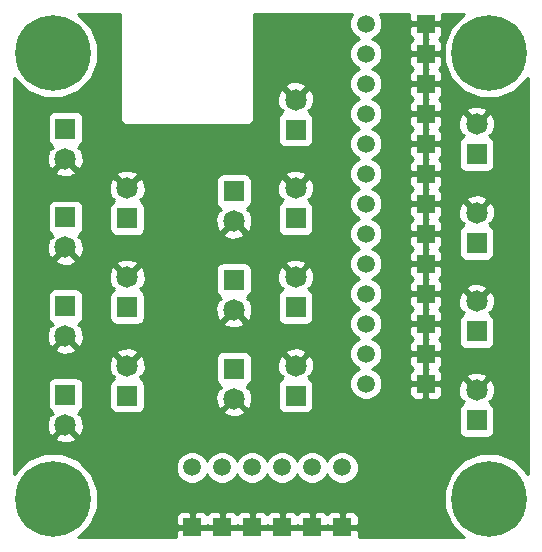
<source format=gbl>
G04 #@! TF.GenerationSoftware,KiCad,Pcbnew,(5.0.0)*
G04 #@! TF.CreationDate,2018-11-03T21:44:44-02:30*
G04 #@! TF.ProjectId,Maestro Adapter,4D61657374726F20416461707465722E,6*
G04 #@! TF.SameCoordinates,Original*
G04 #@! TF.FileFunction,Copper,L2,Bot,Signal*
G04 #@! TF.FilePolarity,Positive*
%FSLAX46Y46*%
G04 Gerber Fmt 4.6, Leading zero omitted, Abs format (unit mm)*
G04 Created by KiCad (PCBNEW (5.0.0)) date 11/03/18 21:44:44*
%MOMM*%
%LPD*%
G01*
G04 APERTURE LIST*
G04 #@! TA.AperFunction,ComponentPad*
%ADD10C,1.500000*%
G04 #@! TD*
G04 #@! TA.AperFunction,ComponentPad*
%ADD11R,1.500000X1.500000*%
G04 #@! TD*
G04 #@! TA.AperFunction,ComponentPad*
%ADD12C,6.400000*%
G04 #@! TD*
G04 #@! TA.AperFunction,ComponentPad*
%ADD13R,1.724000X1.724000*%
G04 #@! TD*
G04 #@! TA.AperFunction,ComponentPad*
%ADD14C,1.824000*%
G04 #@! TD*
G04 #@! TA.AperFunction,Conductor*
%ADD15C,0.254000*%
G04 #@! TD*
G04 APERTURE END LIST*
D10*
G04 #@! TO.P,18 Channel Maestro,19*
G04 #@! TO.N,Net-(J17-Pad1)*
X86790000Y-161620000D03*
G04 #@! TO.P,18 Channel Maestro,18*
G04 #@! TO.N,Net-(J16-Pad1)*
X89330000Y-161620000D03*
G04 #@! TO.P,18 Channel Maestro,17*
G04 #@! TO.N,Net-(J15-Pad1)*
X91870000Y-161620000D03*
G04 #@! TO.P,18 Channel Maestro,16*
G04 #@! TO.N,Net-(J14-Pad1)*
X94410000Y-161620000D03*
G04 #@! TO.P,18 Channel Maestro,15*
G04 #@! TO.N,Net-(J13-Pad1)*
X96950000Y-161620000D03*
G04 #@! TO.P,18 Channel Maestro,14*
G04 #@! TO.N,Net-(J12-Pad1)*
X99490000Y-161620000D03*
D11*
G04 #@! TO.P,18 Channel Maestro,38*
G04 #@! TO.N,GND*
X86790000Y-166700000D03*
G04 #@! TO.P,18 Channel Maestro,37*
X89330000Y-166700000D03*
G04 #@! TO.P,18 Channel Maestro,36*
X91870000Y-166700000D03*
G04 #@! TO.P,18 Channel Maestro,35*
X94410000Y-166700000D03*
G04 #@! TO.P,18 Channel Maestro,34*
X96950000Y-166700000D03*
G04 #@! TO.P,18 Channel Maestro,33*
X99490000Y-166700000D03*
G04 #@! TO.P,18 Channel Maestro,20*
X106570000Y-124040000D03*
G04 #@! TO.P,18 Channel Maestro,21*
X106570000Y-126580000D03*
G04 #@! TO.P,18 Channel Maestro,22*
X106570000Y-129120000D03*
G04 #@! TO.P,18 Channel Maestro,23*
X106570000Y-131660000D03*
G04 #@! TO.P,18 Channel Maestro,24*
X106570000Y-134200000D03*
G04 #@! TO.P,18 Channel Maestro,25*
X106570000Y-136740000D03*
G04 #@! TO.P,18 Channel Maestro,26*
X106570000Y-139280000D03*
G04 #@! TO.P,18 Channel Maestro,27*
X106570000Y-141820000D03*
G04 #@! TO.P,18 Channel Maestro,28*
X106570000Y-144360000D03*
G04 #@! TO.P,18 Channel Maestro,29*
X106570000Y-146900000D03*
G04 #@! TO.P,18 Channel Maestro,30*
X106570000Y-149440000D03*
G04 #@! TO.P,18 Channel Maestro,31*
X106570000Y-151980000D03*
G04 #@! TO.P,18 Channel Maestro,32*
X106570000Y-154520000D03*
D10*
G04 #@! TO.P,18 Channel Maestro,1*
G04 #@! TO.N,Net-(J0-Pad1)*
X101490000Y-124040000D03*
G04 #@! TO.P,18 Channel Maestro,2*
G04 #@! TO.N,Net-(J1-Pad1)*
X101490000Y-126580000D03*
G04 #@! TO.P,18 Channel Maestro,3*
G04 #@! TO.N,Net-(J18-Pad3)*
X101490000Y-129120000D03*
G04 #@! TO.P,18 Channel Maestro,4*
G04 #@! TO.N,Net-(J18-Pad4)*
X101490000Y-131660000D03*
G04 #@! TO.P,18 Channel Maestro,5*
G04 #@! TO.N,Net-(J18-Pad5)*
X101490000Y-134200000D03*
G04 #@! TO.P,18 Channel Maestro,6*
G04 #@! TO.N,Net-(J18-Pad6)*
X101490000Y-136740000D03*
G04 #@! TO.P,18 Channel Maestro,7*
G04 #@! TO.N,+5V*
X101490000Y-139280000D03*
G04 #@! TO.P,18 Channel Maestro,8*
G04 #@! TO.N,Net-(J18-Pad8)*
X101490000Y-141820000D03*
G04 #@! TO.P,18 Channel Maestro,9*
G04 #@! TO.N,Net-(J18-Pad9)*
X101490000Y-144360000D03*
G04 #@! TO.P,18 Channel Maestro,10*
G04 #@! TO.N,Net-(J18-Pad10)*
X101490000Y-146900000D03*
G04 #@! TO.P,18 Channel Maestro,11*
G04 #@! TO.N,Net-(J18-Pad11)*
X101490000Y-149440000D03*
G04 #@! TO.P,18 Channel Maestro,12*
G04 #@! TO.N,Net-(J10-Pad1)*
X101490000Y-151980000D03*
G04 #@! TO.P,18 Channel Maestro,13*
G04 #@! TO.N,Net-(J11-Pad1)*
X101490000Y-154520000D03*
G04 #@! TD*
D12*
G04 #@! TO.P,,*
G04 #@! TO.N,*
X111920000Y-126520000D03*
G04 #@! TD*
G04 #@! TO.P,,*
G04 #@! TO.N,*
X75000000Y-164270000D03*
G04 #@! TD*
G04 #@! TO.P,,*
G04 #@! TO.N,*
X111920000Y-164270000D03*
G04 #@! TD*
D13*
G04 #@! TO.P,Channel 0,1*
G04 #@! TO.N,Net-(J0-Pad1)*
X110860000Y-135080000D03*
D14*
G04 #@! TO.P,Channel 0,2*
G04 #@! TO.N,GND*
X110860000Y-132540000D03*
G04 #@! TD*
G04 #@! TO.P,Channel 1,2*
G04 #@! TO.N,GND*
X110860000Y-140050000D03*
D13*
G04 #@! TO.P,Channel 1,1*
G04 #@! TO.N,Net-(J1-Pad1)*
X110860000Y-142590000D03*
G04 #@! TD*
G04 #@! TO.P,Channel 2,1*
G04 #@! TO.N,Net-(J18-Pad3)*
X110860000Y-150100000D03*
D14*
G04 #@! TO.P,Channel 2,2*
G04 #@! TO.N,GND*
X110860000Y-147560000D03*
G04 #@! TD*
G04 #@! TO.P,Channel 3,2*
G04 #@! TO.N,GND*
X110860000Y-155070000D03*
D13*
G04 #@! TO.P,Channel 3,1*
G04 #@! TO.N,Net-(J18-Pad4)*
X110860000Y-157610000D03*
G04 #@! TD*
G04 #@! TO.P,Channel 4,1*
G04 #@! TO.N,Net-(J18-Pad5)*
X95540000Y-133010000D03*
D14*
G04 #@! TO.P,Channel 4,2*
G04 #@! TO.N,GND*
X95540000Y-130470000D03*
G04 #@! TD*
G04 #@! TO.P,Channel 5,2*
G04 #@! TO.N,GND*
X95540000Y-137980000D03*
D13*
G04 #@! TO.P,Channel 5,1*
G04 #@! TO.N,Net-(J18-Pad6)*
X95540000Y-140520000D03*
G04 #@! TD*
G04 #@! TO.P,Channel 6,1*
G04 #@! TO.N,Net-(J18-Pad8)*
X95540000Y-148030000D03*
D14*
G04 #@! TO.P,Channel 6,2*
G04 #@! TO.N,GND*
X95540000Y-145490000D03*
G04 #@! TD*
G04 #@! TO.P,Channel 7,2*
G04 #@! TO.N,GND*
X95540000Y-153000000D03*
D13*
G04 #@! TO.P,Channel 7,1*
G04 #@! TO.N,Net-(J18-Pad9)*
X95540000Y-155540000D03*
G04 #@! TD*
G04 #@! TO.P,Channel 8,1*
G04 #@! TO.N,Net-(J18-Pad10)*
X90300000Y-138220000D03*
D14*
G04 #@! TO.P,Channel 8,2*
G04 #@! TO.N,GND*
X90300000Y-140760000D03*
G04 #@! TD*
G04 #@! TO.P,Channel 9,2*
G04 #@! TO.N,GND*
X90300000Y-148270000D03*
D13*
G04 #@! TO.P,Channel 9,1*
G04 #@! TO.N,Net-(J18-Pad11)*
X90300000Y-145730000D03*
G04 #@! TD*
G04 #@! TO.P,Channel 10,1*
G04 #@! TO.N,Net-(J10-Pad1)*
X90310000Y-153240000D03*
D14*
G04 #@! TO.P,Channel 10,2*
G04 #@! TO.N,GND*
X90310000Y-155780000D03*
G04 #@! TD*
G04 #@! TO.P,Channel 11,2*
G04 #@! TO.N,GND*
X81280000Y-137980000D03*
D13*
G04 #@! TO.P,Channel 11,1*
G04 #@! TO.N,Net-(J11-Pad1)*
X81280000Y-140520000D03*
G04 #@! TD*
D14*
G04 #@! TO.P,Channel 12,2*
G04 #@! TO.N,GND*
X81280000Y-145490000D03*
D13*
G04 #@! TO.P,Channel 12,1*
G04 #@! TO.N,Net-(J12-Pad1)*
X81280000Y-148030000D03*
G04 #@! TD*
G04 #@! TO.P,Channel 13,1*
G04 #@! TO.N,Net-(J13-Pad1)*
X81280000Y-155540000D03*
D14*
G04 #@! TO.P,Channel 13,2*
G04 #@! TO.N,GND*
X81280000Y-153000000D03*
G04 #@! TD*
G04 #@! TO.P,Channel 14,2*
G04 #@! TO.N,GND*
X76050000Y-135480000D03*
D13*
G04 #@! TO.P,Channel 14,1*
G04 #@! TO.N,Net-(J14-Pad1)*
X76050000Y-132940000D03*
G04 #@! TD*
G04 #@! TO.P,Channel 15,1*
G04 #@! TO.N,Net-(J15-Pad1)*
X76050000Y-140450000D03*
D14*
G04 #@! TO.P,Channel 15,2*
G04 #@! TO.N,GND*
X76050000Y-142990000D03*
G04 #@! TD*
G04 #@! TO.P,Channel 16,2*
G04 #@! TO.N,GND*
X76050000Y-150500000D03*
D13*
G04 #@! TO.P,Channel 16,1*
G04 #@! TO.N,Net-(J16-Pad1)*
X76050000Y-147960000D03*
G04 #@! TD*
G04 #@! TO.P,Channel 17,1*
G04 #@! TO.N,Net-(J17-Pad1)*
X76050000Y-155470000D03*
D14*
G04 #@! TO.P,Channel 17,2*
G04 #@! TO.N,GND*
X76050000Y-158010000D03*
G04 #@! TD*
D12*
G04 #@! TO.P,,*
G04 #@! TO.N,*
X75000000Y-126520000D03*
G04 #@! TD*
D15*
G04 #@! TO.N,GND*
G36*
X80655001Y-131857607D02*
X80640601Y-131930000D01*
X80697646Y-132216783D01*
X80860095Y-132459905D01*
X81103217Y-132622354D01*
X81317612Y-132665000D01*
X81390000Y-132679399D01*
X81462388Y-132665000D01*
X91217612Y-132665000D01*
X91290000Y-132679399D01*
X91362388Y-132665000D01*
X91576783Y-132622354D01*
X91819905Y-132459905D01*
X91982354Y-132216783D01*
X92039399Y-131930000D01*
X92025000Y-131857612D01*
X92025000Y-130226471D01*
X93981605Y-130226471D01*
X94007036Y-130841380D01*
X94193425Y-131291363D01*
X94451151Y-131379241D01*
X94336631Y-131493761D01*
X94407742Y-131564872D01*
X94220191Y-131690191D01*
X94079843Y-131900235D01*
X94030560Y-132148000D01*
X94030560Y-133872000D01*
X94079843Y-134119765D01*
X94220191Y-134329809D01*
X94430235Y-134470157D01*
X94678000Y-134519440D01*
X96402000Y-134519440D01*
X96649765Y-134470157D01*
X96859809Y-134329809D01*
X97000157Y-134119765D01*
X97049440Y-133872000D01*
X97049440Y-132148000D01*
X97000157Y-131900235D01*
X96859809Y-131690191D01*
X96672258Y-131564872D01*
X96743369Y-131493761D01*
X96628849Y-131379241D01*
X96886575Y-131291363D01*
X97098395Y-130713529D01*
X97072964Y-130098620D01*
X96886575Y-129648637D01*
X96628847Y-129560758D01*
X95719605Y-130470000D01*
X95733748Y-130484143D01*
X95554143Y-130663748D01*
X95540000Y-130649605D01*
X95525858Y-130663748D01*
X95346253Y-130484143D01*
X95360395Y-130470000D01*
X94451153Y-129560758D01*
X94193425Y-129648637D01*
X93981605Y-130226471D01*
X92025000Y-130226471D01*
X92025000Y-129381153D01*
X94630758Y-129381153D01*
X95540000Y-130290395D01*
X96449242Y-129381153D01*
X96361363Y-129123425D01*
X95783529Y-128911605D01*
X95168620Y-128937036D01*
X94718637Y-129123425D01*
X94630758Y-129381153D01*
X92025000Y-129381153D01*
X92025000Y-123255000D01*
X100316313Y-123255000D01*
X100315853Y-123255460D01*
X100105000Y-123764506D01*
X100105000Y-124315494D01*
X100315853Y-124824540D01*
X100705460Y-125214147D01*
X100936870Y-125310000D01*
X100705460Y-125405853D01*
X100315853Y-125795460D01*
X100105000Y-126304506D01*
X100105000Y-126855494D01*
X100315853Y-127364540D01*
X100705460Y-127754147D01*
X100936870Y-127850000D01*
X100705460Y-127945853D01*
X100315853Y-128335460D01*
X100105000Y-128844506D01*
X100105000Y-129395494D01*
X100315853Y-129904540D01*
X100705460Y-130294147D01*
X100936870Y-130390000D01*
X100705460Y-130485853D01*
X100315853Y-130875460D01*
X100105000Y-131384506D01*
X100105000Y-131935494D01*
X100315853Y-132444540D01*
X100705460Y-132834147D01*
X100936870Y-132930000D01*
X100705460Y-133025853D01*
X100315853Y-133415460D01*
X100105000Y-133924506D01*
X100105000Y-134475494D01*
X100315853Y-134984540D01*
X100705460Y-135374147D01*
X100936870Y-135470000D01*
X100705460Y-135565853D01*
X100315853Y-135955460D01*
X100105000Y-136464506D01*
X100105000Y-137015494D01*
X100315853Y-137524540D01*
X100705460Y-137914147D01*
X100936870Y-138010000D01*
X100705460Y-138105853D01*
X100315853Y-138495460D01*
X100105000Y-139004506D01*
X100105000Y-139555494D01*
X100315853Y-140064540D01*
X100705460Y-140454147D01*
X100936870Y-140550000D01*
X100705460Y-140645853D01*
X100315853Y-141035460D01*
X100105000Y-141544506D01*
X100105000Y-142095494D01*
X100315853Y-142604540D01*
X100705460Y-142994147D01*
X100936870Y-143090000D01*
X100705460Y-143185853D01*
X100315853Y-143575460D01*
X100105000Y-144084506D01*
X100105000Y-144635494D01*
X100315853Y-145144540D01*
X100705460Y-145534147D01*
X100936870Y-145630000D01*
X100705460Y-145725853D01*
X100315853Y-146115460D01*
X100105000Y-146624506D01*
X100105000Y-147175494D01*
X100315853Y-147684540D01*
X100705460Y-148074147D01*
X100936870Y-148170000D01*
X100705460Y-148265853D01*
X100315853Y-148655460D01*
X100105000Y-149164506D01*
X100105000Y-149715494D01*
X100315853Y-150224540D01*
X100705460Y-150614147D01*
X100936870Y-150710000D01*
X100705460Y-150805853D01*
X100315853Y-151195460D01*
X100105000Y-151704506D01*
X100105000Y-152255494D01*
X100315853Y-152764540D01*
X100705460Y-153154147D01*
X100936870Y-153250000D01*
X100705460Y-153345853D01*
X100315853Y-153735460D01*
X100105000Y-154244506D01*
X100105000Y-154795494D01*
X100315853Y-155304540D01*
X100705460Y-155694147D01*
X101214506Y-155905000D01*
X101765494Y-155905000D01*
X102274540Y-155694147D01*
X102664147Y-155304540D01*
X102870751Y-154805750D01*
X105185000Y-154805750D01*
X105185000Y-155396310D01*
X105281673Y-155629699D01*
X105460302Y-155808327D01*
X105693691Y-155905000D01*
X106284250Y-155905000D01*
X106443000Y-155746250D01*
X106443000Y-154647000D01*
X106697000Y-154647000D01*
X106697000Y-155746250D01*
X106855750Y-155905000D01*
X107446309Y-155905000D01*
X107679698Y-155808327D01*
X107858327Y-155629699D01*
X107955000Y-155396310D01*
X107955000Y-154826471D01*
X109301605Y-154826471D01*
X109327036Y-155441380D01*
X109513425Y-155891363D01*
X109771151Y-155979241D01*
X109656631Y-156093761D01*
X109727742Y-156164872D01*
X109540191Y-156290191D01*
X109399843Y-156500235D01*
X109350560Y-156748000D01*
X109350560Y-158472000D01*
X109399843Y-158719765D01*
X109540191Y-158929809D01*
X109750235Y-159070157D01*
X109998000Y-159119440D01*
X111722000Y-159119440D01*
X111969765Y-159070157D01*
X112179809Y-158929809D01*
X112320157Y-158719765D01*
X112369440Y-158472000D01*
X112369440Y-156748000D01*
X112320157Y-156500235D01*
X112179809Y-156290191D01*
X111992258Y-156164872D01*
X112063369Y-156093761D01*
X111948849Y-155979241D01*
X112206575Y-155891363D01*
X112418395Y-155313529D01*
X112392964Y-154698620D01*
X112206575Y-154248637D01*
X111948847Y-154160758D01*
X111039605Y-155070000D01*
X111053748Y-155084143D01*
X110874143Y-155263748D01*
X110860000Y-155249605D01*
X110845858Y-155263748D01*
X110666253Y-155084143D01*
X110680395Y-155070000D01*
X109771153Y-154160758D01*
X109513425Y-154248637D01*
X109301605Y-154826471D01*
X107955000Y-154826471D01*
X107955000Y-154805750D01*
X107796250Y-154647000D01*
X106697000Y-154647000D01*
X106443000Y-154647000D01*
X105343750Y-154647000D01*
X105185000Y-154805750D01*
X102870751Y-154805750D01*
X102875000Y-154795494D01*
X102875000Y-154244506D01*
X102664147Y-153735460D01*
X102274540Y-153345853D01*
X102043130Y-153250000D01*
X102274540Y-153154147D01*
X102664147Y-152764540D01*
X102870751Y-152265750D01*
X105185000Y-152265750D01*
X105185000Y-152856310D01*
X105281673Y-153089699D01*
X105441975Y-153250000D01*
X105281673Y-153410301D01*
X105185000Y-153643690D01*
X105185000Y-154234250D01*
X105343750Y-154393000D01*
X106443000Y-154393000D01*
X106443000Y-153293750D01*
X106399250Y-153250000D01*
X106443000Y-153206250D01*
X106443000Y-152107000D01*
X106697000Y-152107000D01*
X106697000Y-153206250D01*
X106740750Y-153250000D01*
X106697000Y-153293750D01*
X106697000Y-154393000D01*
X107796250Y-154393000D01*
X107955000Y-154234250D01*
X107955000Y-153981153D01*
X109950758Y-153981153D01*
X110860000Y-154890395D01*
X111769242Y-153981153D01*
X111681363Y-153723425D01*
X111103529Y-153511605D01*
X110488620Y-153537036D01*
X110038637Y-153723425D01*
X109950758Y-153981153D01*
X107955000Y-153981153D01*
X107955000Y-153643690D01*
X107858327Y-153410301D01*
X107698025Y-153250000D01*
X107858327Y-153089699D01*
X107955000Y-152856310D01*
X107955000Y-152265750D01*
X107796250Y-152107000D01*
X106697000Y-152107000D01*
X106443000Y-152107000D01*
X105343750Y-152107000D01*
X105185000Y-152265750D01*
X102870751Y-152265750D01*
X102875000Y-152255494D01*
X102875000Y-151704506D01*
X102664147Y-151195460D01*
X102274540Y-150805853D01*
X102043130Y-150710000D01*
X102274540Y-150614147D01*
X102664147Y-150224540D01*
X102870751Y-149725750D01*
X105185000Y-149725750D01*
X105185000Y-150316310D01*
X105281673Y-150549699D01*
X105441975Y-150710000D01*
X105281673Y-150870301D01*
X105185000Y-151103690D01*
X105185000Y-151694250D01*
X105343750Y-151853000D01*
X106443000Y-151853000D01*
X106443000Y-150753750D01*
X106399250Y-150710000D01*
X106443000Y-150666250D01*
X106443000Y-149567000D01*
X106697000Y-149567000D01*
X106697000Y-150666250D01*
X106740750Y-150710000D01*
X106697000Y-150753750D01*
X106697000Y-151853000D01*
X107796250Y-151853000D01*
X107955000Y-151694250D01*
X107955000Y-151103690D01*
X107858327Y-150870301D01*
X107698025Y-150710000D01*
X107858327Y-150549699D01*
X107955000Y-150316310D01*
X107955000Y-149725750D01*
X107796250Y-149567000D01*
X106697000Y-149567000D01*
X106443000Y-149567000D01*
X105343750Y-149567000D01*
X105185000Y-149725750D01*
X102870751Y-149725750D01*
X102875000Y-149715494D01*
X102875000Y-149164506D01*
X102664147Y-148655460D01*
X102274540Y-148265853D01*
X102043130Y-148170000D01*
X102274540Y-148074147D01*
X102664147Y-147684540D01*
X102870751Y-147185750D01*
X105185000Y-147185750D01*
X105185000Y-147776310D01*
X105281673Y-148009699D01*
X105441975Y-148170000D01*
X105281673Y-148330301D01*
X105185000Y-148563690D01*
X105185000Y-149154250D01*
X105343750Y-149313000D01*
X106443000Y-149313000D01*
X106443000Y-148213750D01*
X106399250Y-148170000D01*
X106443000Y-148126250D01*
X106443000Y-147027000D01*
X106697000Y-147027000D01*
X106697000Y-148126250D01*
X106740750Y-148170000D01*
X106697000Y-148213750D01*
X106697000Y-149313000D01*
X107796250Y-149313000D01*
X107955000Y-149154250D01*
X107955000Y-148563690D01*
X107858327Y-148330301D01*
X107698025Y-148170000D01*
X107858327Y-148009699D01*
X107955000Y-147776310D01*
X107955000Y-147316471D01*
X109301605Y-147316471D01*
X109327036Y-147931380D01*
X109513425Y-148381363D01*
X109771151Y-148469241D01*
X109656631Y-148583761D01*
X109727742Y-148654872D01*
X109540191Y-148780191D01*
X109399843Y-148990235D01*
X109350560Y-149238000D01*
X109350560Y-150962000D01*
X109399843Y-151209765D01*
X109540191Y-151419809D01*
X109750235Y-151560157D01*
X109998000Y-151609440D01*
X111722000Y-151609440D01*
X111969765Y-151560157D01*
X112179809Y-151419809D01*
X112320157Y-151209765D01*
X112369440Y-150962000D01*
X112369440Y-149238000D01*
X112320157Y-148990235D01*
X112179809Y-148780191D01*
X111992258Y-148654872D01*
X112063369Y-148583761D01*
X111948849Y-148469241D01*
X112206575Y-148381363D01*
X112418395Y-147803529D01*
X112392964Y-147188620D01*
X112206575Y-146738637D01*
X111948847Y-146650758D01*
X111039605Y-147560000D01*
X111053748Y-147574143D01*
X110874143Y-147753748D01*
X110860000Y-147739605D01*
X110845858Y-147753748D01*
X110666253Y-147574143D01*
X110680395Y-147560000D01*
X109771153Y-146650758D01*
X109513425Y-146738637D01*
X109301605Y-147316471D01*
X107955000Y-147316471D01*
X107955000Y-147185750D01*
X107796250Y-147027000D01*
X106697000Y-147027000D01*
X106443000Y-147027000D01*
X105343750Y-147027000D01*
X105185000Y-147185750D01*
X102870751Y-147185750D01*
X102875000Y-147175494D01*
X102875000Y-146624506D01*
X102664147Y-146115460D01*
X102274540Y-145725853D01*
X102043130Y-145630000D01*
X102274540Y-145534147D01*
X102664147Y-145144540D01*
X102870751Y-144645750D01*
X105185000Y-144645750D01*
X105185000Y-145236310D01*
X105281673Y-145469699D01*
X105441975Y-145630000D01*
X105281673Y-145790301D01*
X105185000Y-146023690D01*
X105185000Y-146614250D01*
X105343750Y-146773000D01*
X106443000Y-146773000D01*
X106443000Y-145673750D01*
X106399250Y-145630000D01*
X106443000Y-145586250D01*
X106443000Y-144487000D01*
X106697000Y-144487000D01*
X106697000Y-145586250D01*
X106740750Y-145630000D01*
X106697000Y-145673750D01*
X106697000Y-146773000D01*
X107796250Y-146773000D01*
X107955000Y-146614250D01*
X107955000Y-146471153D01*
X109950758Y-146471153D01*
X110860000Y-147380395D01*
X111769242Y-146471153D01*
X111681363Y-146213425D01*
X111103529Y-146001605D01*
X110488620Y-146027036D01*
X110038637Y-146213425D01*
X109950758Y-146471153D01*
X107955000Y-146471153D01*
X107955000Y-146023690D01*
X107858327Y-145790301D01*
X107698025Y-145630000D01*
X107858327Y-145469699D01*
X107955000Y-145236310D01*
X107955000Y-144645750D01*
X107796250Y-144487000D01*
X106697000Y-144487000D01*
X106443000Y-144487000D01*
X105343750Y-144487000D01*
X105185000Y-144645750D01*
X102870751Y-144645750D01*
X102875000Y-144635494D01*
X102875000Y-144084506D01*
X102664147Y-143575460D01*
X102274540Y-143185853D01*
X102043130Y-143090000D01*
X102274540Y-142994147D01*
X102664147Y-142604540D01*
X102870751Y-142105750D01*
X105185000Y-142105750D01*
X105185000Y-142696310D01*
X105281673Y-142929699D01*
X105441975Y-143090000D01*
X105281673Y-143250301D01*
X105185000Y-143483690D01*
X105185000Y-144074250D01*
X105343750Y-144233000D01*
X106443000Y-144233000D01*
X106443000Y-143133750D01*
X106399250Y-143090000D01*
X106443000Y-143046250D01*
X106443000Y-141947000D01*
X106697000Y-141947000D01*
X106697000Y-143046250D01*
X106740750Y-143090000D01*
X106697000Y-143133750D01*
X106697000Y-144233000D01*
X107796250Y-144233000D01*
X107955000Y-144074250D01*
X107955000Y-143483690D01*
X107858327Y-143250301D01*
X107698025Y-143090000D01*
X107858327Y-142929699D01*
X107955000Y-142696310D01*
X107955000Y-142105750D01*
X107796250Y-141947000D01*
X106697000Y-141947000D01*
X106443000Y-141947000D01*
X105343750Y-141947000D01*
X105185000Y-142105750D01*
X102870751Y-142105750D01*
X102875000Y-142095494D01*
X102875000Y-141544506D01*
X102664147Y-141035460D01*
X102274540Y-140645853D01*
X102043130Y-140550000D01*
X102274540Y-140454147D01*
X102664147Y-140064540D01*
X102870751Y-139565750D01*
X105185000Y-139565750D01*
X105185000Y-140156310D01*
X105281673Y-140389699D01*
X105441975Y-140550000D01*
X105281673Y-140710301D01*
X105185000Y-140943690D01*
X105185000Y-141534250D01*
X105343750Y-141693000D01*
X106443000Y-141693000D01*
X106443000Y-140593750D01*
X106399250Y-140550000D01*
X106443000Y-140506250D01*
X106443000Y-139407000D01*
X106697000Y-139407000D01*
X106697000Y-140506250D01*
X106740750Y-140550000D01*
X106697000Y-140593750D01*
X106697000Y-141693000D01*
X107796250Y-141693000D01*
X107955000Y-141534250D01*
X107955000Y-140943690D01*
X107858327Y-140710301D01*
X107698025Y-140550000D01*
X107858327Y-140389699D01*
X107955000Y-140156310D01*
X107955000Y-139806471D01*
X109301605Y-139806471D01*
X109327036Y-140421380D01*
X109513425Y-140871363D01*
X109771151Y-140959241D01*
X109656631Y-141073761D01*
X109727742Y-141144872D01*
X109540191Y-141270191D01*
X109399843Y-141480235D01*
X109350560Y-141728000D01*
X109350560Y-143452000D01*
X109399843Y-143699765D01*
X109540191Y-143909809D01*
X109750235Y-144050157D01*
X109998000Y-144099440D01*
X111722000Y-144099440D01*
X111969765Y-144050157D01*
X112179809Y-143909809D01*
X112320157Y-143699765D01*
X112369440Y-143452000D01*
X112369440Y-141728000D01*
X112320157Y-141480235D01*
X112179809Y-141270191D01*
X111992258Y-141144872D01*
X112063369Y-141073761D01*
X111948849Y-140959241D01*
X112206575Y-140871363D01*
X112418395Y-140293529D01*
X112392964Y-139678620D01*
X112206575Y-139228637D01*
X111948847Y-139140758D01*
X111039605Y-140050000D01*
X111053748Y-140064143D01*
X110874143Y-140243748D01*
X110860000Y-140229605D01*
X110845858Y-140243748D01*
X110666253Y-140064143D01*
X110680395Y-140050000D01*
X109771153Y-139140758D01*
X109513425Y-139228637D01*
X109301605Y-139806471D01*
X107955000Y-139806471D01*
X107955000Y-139565750D01*
X107796250Y-139407000D01*
X106697000Y-139407000D01*
X106443000Y-139407000D01*
X105343750Y-139407000D01*
X105185000Y-139565750D01*
X102870751Y-139565750D01*
X102875000Y-139555494D01*
X102875000Y-139004506D01*
X102664147Y-138495460D01*
X102274540Y-138105853D01*
X102043130Y-138010000D01*
X102274540Y-137914147D01*
X102664147Y-137524540D01*
X102870751Y-137025750D01*
X105185000Y-137025750D01*
X105185000Y-137616310D01*
X105281673Y-137849699D01*
X105441975Y-138010000D01*
X105281673Y-138170301D01*
X105185000Y-138403690D01*
X105185000Y-138994250D01*
X105343750Y-139153000D01*
X106443000Y-139153000D01*
X106443000Y-138053750D01*
X106399250Y-138010000D01*
X106443000Y-137966250D01*
X106443000Y-136867000D01*
X106697000Y-136867000D01*
X106697000Y-137966250D01*
X106740750Y-138010000D01*
X106697000Y-138053750D01*
X106697000Y-139153000D01*
X107796250Y-139153000D01*
X107955000Y-138994250D01*
X107955000Y-138961153D01*
X109950758Y-138961153D01*
X110860000Y-139870395D01*
X111769242Y-138961153D01*
X111681363Y-138703425D01*
X111103529Y-138491605D01*
X110488620Y-138517036D01*
X110038637Y-138703425D01*
X109950758Y-138961153D01*
X107955000Y-138961153D01*
X107955000Y-138403690D01*
X107858327Y-138170301D01*
X107698025Y-138010000D01*
X107858327Y-137849699D01*
X107955000Y-137616310D01*
X107955000Y-137025750D01*
X107796250Y-136867000D01*
X106697000Y-136867000D01*
X106443000Y-136867000D01*
X105343750Y-136867000D01*
X105185000Y-137025750D01*
X102870751Y-137025750D01*
X102875000Y-137015494D01*
X102875000Y-136464506D01*
X102664147Y-135955460D01*
X102274540Y-135565853D01*
X102043130Y-135470000D01*
X102274540Y-135374147D01*
X102664147Y-134984540D01*
X102870751Y-134485750D01*
X105185000Y-134485750D01*
X105185000Y-135076310D01*
X105281673Y-135309699D01*
X105441975Y-135470000D01*
X105281673Y-135630301D01*
X105185000Y-135863690D01*
X105185000Y-136454250D01*
X105343750Y-136613000D01*
X106443000Y-136613000D01*
X106443000Y-135513750D01*
X106399250Y-135470000D01*
X106443000Y-135426250D01*
X106443000Y-134327000D01*
X106697000Y-134327000D01*
X106697000Y-135426250D01*
X106740750Y-135470000D01*
X106697000Y-135513750D01*
X106697000Y-136613000D01*
X107796250Y-136613000D01*
X107955000Y-136454250D01*
X107955000Y-135863690D01*
X107858327Y-135630301D01*
X107698025Y-135470000D01*
X107858327Y-135309699D01*
X107955000Y-135076310D01*
X107955000Y-134485750D01*
X107796250Y-134327000D01*
X106697000Y-134327000D01*
X106443000Y-134327000D01*
X105343750Y-134327000D01*
X105185000Y-134485750D01*
X102870751Y-134485750D01*
X102875000Y-134475494D01*
X102875000Y-133924506D01*
X102664147Y-133415460D01*
X102274540Y-133025853D01*
X102043130Y-132930000D01*
X102274540Y-132834147D01*
X102664147Y-132444540D01*
X102870751Y-131945750D01*
X105185000Y-131945750D01*
X105185000Y-132536310D01*
X105281673Y-132769699D01*
X105441975Y-132930000D01*
X105281673Y-133090301D01*
X105185000Y-133323690D01*
X105185000Y-133914250D01*
X105343750Y-134073000D01*
X106443000Y-134073000D01*
X106443000Y-132973750D01*
X106399250Y-132930000D01*
X106443000Y-132886250D01*
X106443000Y-131787000D01*
X106697000Y-131787000D01*
X106697000Y-132886250D01*
X106740750Y-132930000D01*
X106697000Y-132973750D01*
X106697000Y-134073000D01*
X107796250Y-134073000D01*
X107955000Y-133914250D01*
X107955000Y-133323690D01*
X107858327Y-133090301D01*
X107698025Y-132930000D01*
X107858327Y-132769699D01*
X107955000Y-132536310D01*
X107955000Y-132296471D01*
X109301605Y-132296471D01*
X109327036Y-132911380D01*
X109513425Y-133361363D01*
X109771151Y-133449241D01*
X109656631Y-133563761D01*
X109727742Y-133634872D01*
X109540191Y-133760191D01*
X109399843Y-133970235D01*
X109350560Y-134218000D01*
X109350560Y-135942000D01*
X109399843Y-136189765D01*
X109540191Y-136399809D01*
X109750235Y-136540157D01*
X109998000Y-136589440D01*
X111722000Y-136589440D01*
X111969765Y-136540157D01*
X112179809Y-136399809D01*
X112320157Y-136189765D01*
X112369440Y-135942000D01*
X112369440Y-134218000D01*
X112320157Y-133970235D01*
X112179809Y-133760191D01*
X111992258Y-133634872D01*
X112063369Y-133563761D01*
X111948849Y-133449241D01*
X112206575Y-133361363D01*
X112418395Y-132783529D01*
X112392964Y-132168620D01*
X112206575Y-131718637D01*
X111948847Y-131630758D01*
X111039605Y-132540000D01*
X111053748Y-132554143D01*
X110874143Y-132733748D01*
X110860000Y-132719605D01*
X110845858Y-132733748D01*
X110666253Y-132554143D01*
X110680395Y-132540000D01*
X109771153Y-131630758D01*
X109513425Y-131718637D01*
X109301605Y-132296471D01*
X107955000Y-132296471D01*
X107955000Y-131945750D01*
X107796250Y-131787000D01*
X106697000Y-131787000D01*
X106443000Y-131787000D01*
X105343750Y-131787000D01*
X105185000Y-131945750D01*
X102870751Y-131945750D01*
X102875000Y-131935494D01*
X102875000Y-131384506D01*
X102664147Y-130875460D01*
X102274540Y-130485853D01*
X102043130Y-130390000D01*
X102274540Y-130294147D01*
X102664147Y-129904540D01*
X102870751Y-129405750D01*
X105185000Y-129405750D01*
X105185000Y-129996310D01*
X105281673Y-130229699D01*
X105441975Y-130390000D01*
X105281673Y-130550301D01*
X105185000Y-130783690D01*
X105185000Y-131374250D01*
X105343750Y-131533000D01*
X106443000Y-131533000D01*
X106443000Y-130433750D01*
X106399250Y-130390000D01*
X106443000Y-130346250D01*
X106443000Y-129247000D01*
X106697000Y-129247000D01*
X106697000Y-130346250D01*
X106740750Y-130390000D01*
X106697000Y-130433750D01*
X106697000Y-131533000D01*
X107796250Y-131533000D01*
X107878097Y-131451153D01*
X109950758Y-131451153D01*
X110860000Y-132360395D01*
X111769242Y-131451153D01*
X111681363Y-131193425D01*
X111103529Y-130981605D01*
X110488620Y-131007036D01*
X110038637Y-131193425D01*
X109950758Y-131451153D01*
X107878097Y-131451153D01*
X107955000Y-131374250D01*
X107955000Y-130783690D01*
X107858327Y-130550301D01*
X107698025Y-130390000D01*
X107858327Y-130229699D01*
X107955000Y-129996310D01*
X107955000Y-129405750D01*
X107796250Y-129247000D01*
X106697000Y-129247000D01*
X106443000Y-129247000D01*
X105343750Y-129247000D01*
X105185000Y-129405750D01*
X102870751Y-129405750D01*
X102875000Y-129395494D01*
X102875000Y-128844506D01*
X102664147Y-128335460D01*
X102274540Y-127945853D01*
X102043130Y-127850000D01*
X102274540Y-127754147D01*
X102664147Y-127364540D01*
X102870751Y-126865750D01*
X105185000Y-126865750D01*
X105185000Y-127456310D01*
X105281673Y-127689699D01*
X105441975Y-127850000D01*
X105281673Y-128010301D01*
X105185000Y-128243690D01*
X105185000Y-128834250D01*
X105343750Y-128993000D01*
X106443000Y-128993000D01*
X106443000Y-127893750D01*
X106399250Y-127850000D01*
X106443000Y-127806250D01*
X106443000Y-126707000D01*
X106697000Y-126707000D01*
X106697000Y-127806250D01*
X106740750Y-127850000D01*
X106697000Y-127893750D01*
X106697000Y-128993000D01*
X107796250Y-128993000D01*
X107955000Y-128834250D01*
X107955000Y-128243690D01*
X107858327Y-128010301D01*
X107698025Y-127850000D01*
X107858327Y-127689699D01*
X107955000Y-127456310D01*
X107955000Y-126865750D01*
X107796250Y-126707000D01*
X106697000Y-126707000D01*
X106443000Y-126707000D01*
X105343750Y-126707000D01*
X105185000Y-126865750D01*
X102870751Y-126865750D01*
X102875000Y-126855494D01*
X102875000Y-126304506D01*
X102664147Y-125795460D01*
X102274540Y-125405853D01*
X102043130Y-125310000D01*
X102274540Y-125214147D01*
X102664147Y-124824540D01*
X102870751Y-124325750D01*
X105185000Y-124325750D01*
X105185000Y-124916310D01*
X105281673Y-125149699D01*
X105441975Y-125310000D01*
X105281673Y-125470301D01*
X105185000Y-125703690D01*
X105185000Y-126294250D01*
X105343750Y-126453000D01*
X106443000Y-126453000D01*
X106443000Y-125353750D01*
X106399250Y-125310000D01*
X106443000Y-125266250D01*
X106443000Y-124167000D01*
X106697000Y-124167000D01*
X106697000Y-125266250D01*
X106740750Y-125310000D01*
X106697000Y-125353750D01*
X106697000Y-126453000D01*
X107796250Y-126453000D01*
X107955000Y-126294250D01*
X107955000Y-125703690D01*
X107858327Y-125470301D01*
X107698025Y-125310000D01*
X107858327Y-125149699D01*
X107955000Y-124916310D01*
X107955000Y-124325750D01*
X107796250Y-124167000D01*
X106697000Y-124167000D01*
X106443000Y-124167000D01*
X105343750Y-124167000D01*
X105185000Y-124325750D01*
X102870751Y-124325750D01*
X102875000Y-124315494D01*
X102875000Y-123764506D01*
X102664147Y-123255460D01*
X102663687Y-123255000D01*
X105185000Y-123255000D01*
X105185000Y-123754250D01*
X105343750Y-123913000D01*
X106443000Y-123913000D01*
X106443000Y-123893000D01*
X106697000Y-123893000D01*
X106697000Y-123913000D01*
X107796250Y-123913000D01*
X107955000Y-123754250D01*
X107955000Y-123255000D01*
X109781069Y-123255000D01*
X109747647Y-123268844D01*
X108668844Y-124347647D01*
X108085000Y-125757171D01*
X108085000Y-127282829D01*
X108668844Y-128692353D01*
X109747647Y-129771156D01*
X111157171Y-130355000D01*
X112682829Y-130355000D01*
X114092353Y-129771156D01*
X115171156Y-128692353D01*
X115185000Y-128658931D01*
X115185001Y-162131072D01*
X115171156Y-162097647D01*
X114092353Y-161018844D01*
X112682829Y-160435000D01*
X111157171Y-160435000D01*
X109747647Y-161018844D01*
X108668844Y-162097647D01*
X108085000Y-163507171D01*
X108085000Y-165032829D01*
X108668844Y-166442353D01*
X109747647Y-167521156D01*
X109781069Y-167535000D01*
X100875000Y-167535000D01*
X100875000Y-166985750D01*
X100716250Y-166827000D01*
X99617000Y-166827000D01*
X99617000Y-166847000D01*
X99363000Y-166847000D01*
X99363000Y-166827000D01*
X98263750Y-166827000D01*
X98220000Y-166870750D01*
X98176250Y-166827000D01*
X97077000Y-166827000D01*
X97077000Y-166847000D01*
X96823000Y-166847000D01*
X96823000Y-166827000D01*
X95723750Y-166827000D01*
X95680000Y-166870750D01*
X95636250Y-166827000D01*
X94537000Y-166827000D01*
X94537000Y-166847000D01*
X94283000Y-166847000D01*
X94283000Y-166827000D01*
X93183750Y-166827000D01*
X93140000Y-166870750D01*
X93096250Y-166827000D01*
X91997000Y-166827000D01*
X91997000Y-166847000D01*
X91743000Y-166847000D01*
X91743000Y-166827000D01*
X90643750Y-166827000D01*
X90600000Y-166870750D01*
X90556250Y-166827000D01*
X89457000Y-166827000D01*
X89457000Y-166847000D01*
X89203000Y-166847000D01*
X89203000Y-166827000D01*
X88103750Y-166827000D01*
X88060000Y-166870750D01*
X88016250Y-166827000D01*
X86917000Y-166827000D01*
X86917000Y-166847000D01*
X86663000Y-166847000D01*
X86663000Y-166827000D01*
X85563750Y-166827000D01*
X85405000Y-166985750D01*
X85405000Y-167535000D01*
X77138931Y-167535000D01*
X77172353Y-167521156D01*
X78251156Y-166442353D01*
X78507414Y-165823690D01*
X85405000Y-165823690D01*
X85405000Y-166414250D01*
X85563750Y-166573000D01*
X86663000Y-166573000D01*
X86663000Y-165473750D01*
X86917000Y-165473750D01*
X86917000Y-166573000D01*
X88016250Y-166573000D01*
X88060000Y-166529250D01*
X88103750Y-166573000D01*
X89203000Y-166573000D01*
X89203000Y-165473750D01*
X89457000Y-165473750D01*
X89457000Y-166573000D01*
X90556250Y-166573000D01*
X90600000Y-166529250D01*
X90643750Y-166573000D01*
X91743000Y-166573000D01*
X91743000Y-165473750D01*
X91997000Y-165473750D01*
X91997000Y-166573000D01*
X93096250Y-166573000D01*
X93140000Y-166529250D01*
X93183750Y-166573000D01*
X94283000Y-166573000D01*
X94283000Y-165473750D01*
X94537000Y-165473750D01*
X94537000Y-166573000D01*
X95636250Y-166573000D01*
X95680000Y-166529250D01*
X95723750Y-166573000D01*
X96823000Y-166573000D01*
X96823000Y-165473750D01*
X97077000Y-165473750D01*
X97077000Y-166573000D01*
X98176250Y-166573000D01*
X98220000Y-166529250D01*
X98263750Y-166573000D01*
X99363000Y-166573000D01*
X99363000Y-165473750D01*
X99617000Y-165473750D01*
X99617000Y-166573000D01*
X100716250Y-166573000D01*
X100875000Y-166414250D01*
X100875000Y-165823690D01*
X100778327Y-165590301D01*
X100599698Y-165411673D01*
X100366309Y-165315000D01*
X99775750Y-165315000D01*
X99617000Y-165473750D01*
X99363000Y-165473750D01*
X99204250Y-165315000D01*
X98613691Y-165315000D01*
X98380302Y-165411673D01*
X98220000Y-165571974D01*
X98059698Y-165411673D01*
X97826309Y-165315000D01*
X97235750Y-165315000D01*
X97077000Y-165473750D01*
X96823000Y-165473750D01*
X96664250Y-165315000D01*
X96073691Y-165315000D01*
X95840302Y-165411673D01*
X95680000Y-165571974D01*
X95519698Y-165411673D01*
X95286309Y-165315000D01*
X94695750Y-165315000D01*
X94537000Y-165473750D01*
X94283000Y-165473750D01*
X94124250Y-165315000D01*
X93533691Y-165315000D01*
X93300302Y-165411673D01*
X93140000Y-165571974D01*
X92979698Y-165411673D01*
X92746309Y-165315000D01*
X92155750Y-165315000D01*
X91997000Y-165473750D01*
X91743000Y-165473750D01*
X91584250Y-165315000D01*
X90993691Y-165315000D01*
X90760302Y-165411673D01*
X90600000Y-165571974D01*
X90439698Y-165411673D01*
X90206309Y-165315000D01*
X89615750Y-165315000D01*
X89457000Y-165473750D01*
X89203000Y-165473750D01*
X89044250Y-165315000D01*
X88453691Y-165315000D01*
X88220302Y-165411673D01*
X88060000Y-165571974D01*
X87899698Y-165411673D01*
X87666309Y-165315000D01*
X87075750Y-165315000D01*
X86917000Y-165473750D01*
X86663000Y-165473750D01*
X86504250Y-165315000D01*
X85913691Y-165315000D01*
X85680302Y-165411673D01*
X85501673Y-165590301D01*
X85405000Y-165823690D01*
X78507414Y-165823690D01*
X78835000Y-165032829D01*
X78835000Y-163507171D01*
X78251156Y-162097647D01*
X77498015Y-161344506D01*
X85405000Y-161344506D01*
X85405000Y-161895494D01*
X85615853Y-162404540D01*
X86005460Y-162794147D01*
X86514506Y-163005000D01*
X87065494Y-163005000D01*
X87574540Y-162794147D01*
X87964147Y-162404540D01*
X88060000Y-162173130D01*
X88155853Y-162404540D01*
X88545460Y-162794147D01*
X89054506Y-163005000D01*
X89605494Y-163005000D01*
X90114540Y-162794147D01*
X90504147Y-162404540D01*
X90600000Y-162173130D01*
X90695853Y-162404540D01*
X91085460Y-162794147D01*
X91594506Y-163005000D01*
X92145494Y-163005000D01*
X92654540Y-162794147D01*
X93044147Y-162404540D01*
X93140000Y-162173130D01*
X93235853Y-162404540D01*
X93625460Y-162794147D01*
X94134506Y-163005000D01*
X94685494Y-163005000D01*
X95194540Y-162794147D01*
X95584147Y-162404540D01*
X95680000Y-162173130D01*
X95775853Y-162404540D01*
X96165460Y-162794147D01*
X96674506Y-163005000D01*
X97225494Y-163005000D01*
X97734540Y-162794147D01*
X98124147Y-162404540D01*
X98220000Y-162173130D01*
X98315853Y-162404540D01*
X98705460Y-162794147D01*
X99214506Y-163005000D01*
X99765494Y-163005000D01*
X100274540Y-162794147D01*
X100664147Y-162404540D01*
X100875000Y-161895494D01*
X100875000Y-161344506D01*
X100664147Y-160835460D01*
X100274540Y-160445853D01*
X99765494Y-160235000D01*
X99214506Y-160235000D01*
X98705460Y-160445853D01*
X98315853Y-160835460D01*
X98220000Y-161066870D01*
X98124147Y-160835460D01*
X97734540Y-160445853D01*
X97225494Y-160235000D01*
X96674506Y-160235000D01*
X96165460Y-160445853D01*
X95775853Y-160835460D01*
X95680000Y-161066870D01*
X95584147Y-160835460D01*
X95194540Y-160445853D01*
X94685494Y-160235000D01*
X94134506Y-160235000D01*
X93625460Y-160445853D01*
X93235853Y-160835460D01*
X93140000Y-161066870D01*
X93044147Y-160835460D01*
X92654540Y-160445853D01*
X92145494Y-160235000D01*
X91594506Y-160235000D01*
X91085460Y-160445853D01*
X90695853Y-160835460D01*
X90600000Y-161066870D01*
X90504147Y-160835460D01*
X90114540Y-160445853D01*
X89605494Y-160235000D01*
X89054506Y-160235000D01*
X88545460Y-160445853D01*
X88155853Y-160835460D01*
X88060000Y-161066870D01*
X87964147Y-160835460D01*
X87574540Y-160445853D01*
X87065494Y-160235000D01*
X86514506Y-160235000D01*
X86005460Y-160445853D01*
X85615853Y-160835460D01*
X85405000Y-161344506D01*
X77498015Y-161344506D01*
X77172353Y-161018844D01*
X75762829Y-160435000D01*
X74237171Y-160435000D01*
X72827647Y-161018844D01*
X71748844Y-162097647D01*
X71735000Y-162131069D01*
X71735000Y-159098847D01*
X75140758Y-159098847D01*
X75228637Y-159356575D01*
X75806471Y-159568395D01*
X76421380Y-159542964D01*
X76871363Y-159356575D01*
X76959242Y-159098847D01*
X76050000Y-158189605D01*
X75140758Y-159098847D01*
X71735000Y-159098847D01*
X71735000Y-157766471D01*
X74491605Y-157766471D01*
X74517036Y-158381380D01*
X74703425Y-158831363D01*
X74961153Y-158919242D01*
X75870395Y-158010000D01*
X75856253Y-157995858D01*
X76035858Y-157816253D01*
X76050000Y-157830395D01*
X76064143Y-157816253D01*
X76243748Y-157995858D01*
X76229605Y-158010000D01*
X77138847Y-158919242D01*
X77396575Y-158831363D01*
X77608395Y-158253529D01*
X77582964Y-157638620D01*
X77396575Y-157188637D01*
X77138849Y-157100759D01*
X77253369Y-156986239D01*
X77182258Y-156915128D01*
X77369809Y-156789809D01*
X77510157Y-156579765D01*
X77559440Y-156332000D01*
X77559440Y-154608000D01*
X77510157Y-154360235D01*
X77369809Y-154150191D01*
X77159765Y-154009843D01*
X76912000Y-153960560D01*
X75188000Y-153960560D01*
X74940235Y-154009843D01*
X74730191Y-154150191D01*
X74589843Y-154360235D01*
X74540560Y-154608000D01*
X74540560Y-156332000D01*
X74589843Y-156579765D01*
X74730191Y-156789809D01*
X74917742Y-156915128D01*
X74846631Y-156986239D01*
X74961151Y-157100759D01*
X74703425Y-157188637D01*
X74491605Y-157766471D01*
X71735000Y-157766471D01*
X71735000Y-152756471D01*
X79721605Y-152756471D01*
X79747036Y-153371380D01*
X79933425Y-153821363D01*
X80191151Y-153909241D01*
X80076631Y-154023761D01*
X80147742Y-154094872D01*
X79960191Y-154220191D01*
X79819843Y-154430235D01*
X79770560Y-154678000D01*
X79770560Y-156402000D01*
X79819843Y-156649765D01*
X79960191Y-156859809D01*
X80170235Y-157000157D01*
X80418000Y-157049440D01*
X82142000Y-157049440D01*
X82389765Y-157000157D01*
X82586282Y-156868847D01*
X89400758Y-156868847D01*
X89488637Y-157126575D01*
X90066471Y-157338395D01*
X90681380Y-157312964D01*
X91131363Y-157126575D01*
X91219242Y-156868847D01*
X90310000Y-155959605D01*
X89400758Y-156868847D01*
X82586282Y-156868847D01*
X82599809Y-156859809D01*
X82740157Y-156649765D01*
X82789440Y-156402000D01*
X82789440Y-155536471D01*
X88751605Y-155536471D01*
X88777036Y-156151380D01*
X88963425Y-156601363D01*
X89221153Y-156689242D01*
X90130395Y-155780000D01*
X90116253Y-155765858D01*
X90295858Y-155586253D01*
X90310000Y-155600395D01*
X90324143Y-155586253D01*
X90503748Y-155765858D01*
X90489605Y-155780000D01*
X91398847Y-156689242D01*
X91656575Y-156601363D01*
X91868395Y-156023529D01*
X91842964Y-155408620D01*
X91656575Y-154958637D01*
X91398849Y-154870759D01*
X91513369Y-154756239D01*
X91442258Y-154685128D01*
X91629809Y-154559809D01*
X91770157Y-154349765D01*
X91819440Y-154102000D01*
X91819440Y-152756471D01*
X93981605Y-152756471D01*
X94007036Y-153371380D01*
X94193425Y-153821363D01*
X94451151Y-153909241D01*
X94336631Y-154023761D01*
X94407742Y-154094872D01*
X94220191Y-154220191D01*
X94079843Y-154430235D01*
X94030560Y-154678000D01*
X94030560Y-156402000D01*
X94079843Y-156649765D01*
X94220191Y-156859809D01*
X94430235Y-157000157D01*
X94678000Y-157049440D01*
X96402000Y-157049440D01*
X96649765Y-157000157D01*
X96859809Y-156859809D01*
X97000157Y-156649765D01*
X97049440Y-156402000D01*
X97049440Y-154678000D01*
X97000157Y-154430235D01*
X96859809Y-154220191D01*
X96672258Y-154094872D01*
X96743369Y-154023761D01*
X96628849Y-153909241D01*
X96886575Y-153821363D01*
X97098395Y-153243529D01*
X97072964Y-152628620D01*
X96886575Y-152178637D01*
X96628847Y-152090758D01*
X95719605Y-153000000D01*
X95733748Y-153014143D01*
X95554143Y-153193748D01*
X95540000Y-153179605D01*
X95525858Y-153193748D01*
X95346253Y-153014143D01*
X95360395Y-153000000D01*
X94451153Y-152090758D01*
X94193425Y-152178637D01*
X93981605Y-152756471D01*
X91819440Y-152756471D01*
X91819440Y-152378000D01*
X91770157Y-152130235D01*
X91629809Y-151920191D01*
X91616283Y-151911153D01*
X94630758Y-151911153D01*
X95540000Y-152820395D01*
X96449242Y-151911153D01*
X96361363Y-151653425D01*
X95783529Y-151441605D01*
X95168620Y-151467036D01*
X94718637Y-151653425D01*
X94630758Y-151911153D01*
X91616283Y-151911153D01*
X91419765Y-151779843D01*
X91172000Y-151730560D01*
X89448000Y-151730560D01*
X89200235Y-151779843D01*
X88990191Y-151920191D01*
X88849843Y-152130235D01*
X88800560Y-152378000D01*
X88800560Y-154102000D01*
X88849843Y-154349765D01*
X88990191Y-154559809D01*
X89177742Y-154685128D01*
X89106631Y-154756239D01*
X89221151Y-154870759D01*
X88963425Y-154958637D01*
X88751605Y-155536471D01*
X82789440Y-155536471D01*
X82789440Y-154678000D01*
X82740157Y-154430235D01*
X82599809Y-154220191D01*
X82412258Y-154094872D01*
X82483369Y-154023761D01*
X82368849Y-153909241D01*
X82626575Y-153821363D01*
X82838395Y-153243529D01*
X82812964Y-152628620D01*
X82626575Y-152178637D01*
X82368847Y-152090758D01*
X81459605Y-153000000D01*
X81473748Y-153014143D01*
X81294143Y-153193748D01*
X81280000Y-153179605D01*
X81265858Y-153193748D01*
X81086253Y-153014143D01*
X81100395Y-153000000D01*
X80191153Y-152090758D01*
X79933425Y-152178637D01*
X79721605Y-152756471D01*
X71735000Y-152756471D01*
X71735000Y-151588847D01*
X75140758Y-151588847D01*
X75228637Y-151846575D01*
X75806471Y-152058395D01*
X76421380Y-152032964D01*
X76715457Y-151911153D01*
X80370758Y-151911153D01*
X81280000Y-152820395D01*
X82189242Y-151911153D01*
X82101363Y-151653425D01*
X81523529Y-151441605D01*
X80908620Y-151467036D01*
X80458637Y-151653425D01*
X80370758Y-151911153D01*
X76715457Y-151911153D01*
X76871363Y-151846575D01*
X76959242Y-151588847D01*
X76050000Y-150679605D01*
X75140758Y-151588847D01*
X71735000Y-151588847D01*
X71735000Y-150256471D01*
X74491605Y-150256471D01*
X74517036Y-150871380D01*
X74703425Y-151321363D01*
X74961153Y-151409242D01*
X75870395Y-150500000D01*
X75856253Y-150485858D01*
X76035858Y-150306253D01*
X76050000Y-150320395D01*
X76064143Y-150306253D01*
X76243748Y-150485858D01*
X76229605Y-150500000D01*
X77138847Y-151409242D01*
X77396575Y-151321363D01*
X77608395Y-150743529D01*
X77582964Y-150128620D01*
X77396575Y-149678637D01*
X77138849Y-149590759D01*
X77253369Y-149476239D01*
X77182258Y-149405128D01*
X77369809Y-149279809D01*
X77510157Y-149069765D01*
X77559440Y-148822000D01*
X77559440Y-147098000D01*
X77510157Y-146850235D01*
X77369809Y-146640191D01*
X77159765Y-146499843D01*
X76912000Y-146450560D01*
X75188000Y-146450560D01*
X74940235Y-146499843D01*
X74730191Y-146640191D01*
X74589843Y-146850235D01*
X74540560Y-147098000D01*
X74540560Y-148822000D01*
X74589843Y-149069765D01*
X74730191Y-149279809D01*
X74917742Y-149405128D01*
X74846631Y-149476239D01*
X74961151Y-149590759D01*
X74703425Y-149678637D01*
X74491605Y-150256471D01*
X71735000Y-150256471D01*
X71735000Y-145246471D01*
X79721605Y-145246471D01*
X79747036Y-145861380D01*
X79933425Y-146311363D01*
X80191151Y-146399241D01*
X80076631Y-146513761D01*
X80147742Y-146584872D01*
X79960191Y-146710191D01*
X79819843Y-146920235D01*
X79770560Y-147168000D01*
X79770560Y-148892000D01*
X79819843Y-149139765D01*
X79960191Y-149349809D01*
X80170235Y-149490157D01*
X80418000Y-149539440D01*
X82142000Y-149539440D01*
X82389765Y-149490157D01*
X82586282Y-149358847D01*
X89390758Y-149358847D01*
X89478637Y-149616575D01*
X90056471Y-149828395D01*
X90671380Y-149802964D01*
X91121363Y-149616575D01*
X91209242Y-149358847D01*
X90300000Y-148449605D01*
X89390758Y-149358847D01*
X82586282Y-149358847D01*
X82599809Y-149349809D01*
X82740157Y-149139765D01*
X82789440Y-148892000D01*
X82789440Y-148026471D01*
X88741605Y-148026471D01*
X88767036Y-148641380D01*
X88953425Y-149091363D01*
X89211153Y-149179242D01*
X90120395Y-148270000D01*
X90106253Y-148255858D01*
X90285858Y-148076253D01*
X90300000Y-148090395D01*
X90314143Y-148076253D01*
X90493748Y-148255858D01*
X90479605Y-148270000D01*
X91388847Y-149179242D01*
X91646575Y-149091363D01*
X91858395Y-148513529D01*
X91832964Y-147898620D01*
X91646575Y-147448637D01*
X91388849Y-147360759D01*
X91503369Y-147246239D01*
X91432258Y-147175128D01*
X91619809Y-147049809D01*
X91760157Y-146839765D01*
X91809440Y-146592000D01*
X91809440Y-145246471D01*
X93981605Y-145246471D01*
X94007036Y-145861380D01*
X94193425Y-146311363D01*
X94451151Y-146399241D01*
X94336631Y-146513761D01*
X94407742Y-146584872D01*
X94220191Y-146710191D01*
X94079843Y-146920235D01*
X94030560Y-147168000D01*
X94030560Y-148892000D01*
X94079843Y-149139765D01*
X94220191Y-149349809D01*
X94430235Y-149490157D01*
X94678000Y-149539440D01*
X96402000Y-149539440D01*
X96649765Y-149490157D01*
X96859809Y-149349809D01*
X97000157Y-149139765D01*
X97049440Y-148892000D01*
X97049440Y-147168000D01*
X97000157Y-146920235D01*
X96859809Y-146710191D01*
X96672258Y-146584872D01*
X96743369Y-146513761D01*
X96628849Y-146399241D01*
X96886575Y-146311363D01*
X97098395Y-145733529D01*
X97072964Y-145118620D01*
X96886575Y-144668637D01*
X96628847Y-144580758D01*
X95719605Y-145490000D01*
X95733748Y-145504143D01*
X95554143Y-145683748D01*
X95540000Y-145669605D01*
X95525858Y-145683748D01*
X95346253Y-145504143D01*
X95360395Y-145490000D01*
X94451153Y-144580758D01*
X94193425Y-144668637D01*
X93981605Y-145246471D01*
X91809440Y-145246471D01*
X91809440Y-144868000D01*
X91760157Y-144620235D01*
X91619809Y-144410191D01*
X91606283Y-144401153D01*
X94630758Y-144401153D01*
X95540000Y-145310395D01*
X96449242Y-144401153D01*
X96361363Y-144143425D01*
X95783529Y-143931605D01*
X95168620Y-143957036D01*
X94718637Y-144143425D01*
X94630758Y-144401153D01*
X91606283Y-144401153D01*
X91409765Y-144269843D01*
X91162000Y-144220560D01*
X89438000Y-144220560D01*
X89190235Y-144269843D01*
X88980191Y-144410191D01*
X88839843Y-144620235D01*
X88790560Y-144868000D01*
X88790560Y-146592000D01*
X88839843Y-146839765D01*
X88980191Y-147049809D01*
X89167742Y-147175128D01*
X89096631Y-147246239D01*
X89211151Y-147360759D01*
X88953425Y-147448637D01*
X88741605Y-148026471D01*
X82789440Y-148026471D01*
X82789440Y-147168000D01*
X82740157Y-146920235D01*
X82599809Y-146710191D01*
X82412258Y-146584872D01*
X82483369Y-146513761D01*
X82368849Y-146399241D01*
X82626575Y-146311363D01*
X82838395Y-145733529D01*
X82812964Y-145118620D01*
X82626575Y-144668637D01*
X82368847Y-144580758D01*
X81459605Y-145490000D01*
X81473748Y-145504143D01*
X81294143Y-145683748D01*
X81280000Y-145669605D01*
X81265858Y-145683748D01*
X81086253Y-145504143D01*
X81100395Y-145490000D01*
X80191153Y-144580758D01*
X79933425Y-144668637D01*
X79721605Y-145246471D01*
X71735000Y-145246471D01*
X71735000Y-144078847D01*
X75140758Y-144078847D01*
X75228637Y-144336575D01*
X75806471Y-144548395D01*
X76421380Y-144522964D01*
X76715457Y-144401153D01*
X80370758Y-144401153D01*
X81280000Y-145310395D01*
X82189242Y-144401153D01*
X82101363Y-144143425D01*
X81523529Y-143931605D01*
X80908620Y-143957036D01*
X80458637Y-144143425D01*
X80370758Y-144401153D01*
X76715457Y-144401153D01*
X76871363Y-144336575D01*
X76959242Y-144078847D01*
X76050000Y-143169605D01*
X75140758Y-144078847D01*
X71735000Y-144078847D01*
X71735000Y-142746471D01*
X74491605Y-142746471D01*
X74517036Y-143361380D01*
X74703425Y-143811363D01*
X74961153Y-143899242D01*
X75870395Y-142990000D01*
X75856253Y-142975858D01*
X76035858Y-142796253D01*
X76050000Y-142810395D01*
X76064143Y-142796253D01*
X76243748Y-142975858D01*
X76229605Y-142990000D01*
X77138847Y-143899242D01*
X77396575Y-143811363D01*
X77608395Y-143233529D01*
X77582964Y-142618620D01*
X77396575Y-142168637D01*
X77138849Y-142080759D01*
X77253369Y-141966239D01*
X77182258Y-141895128D01*
X77369809Y-141769809D01*
X77510157Y-141559765D01*
X77559440Y-141312000D01*
X77559440Y-139588000D01*
X77510157Y-139340235D01*
X77369809Y-139130191D01*
X77159765Y-138989843D01*
X76912000Y-138940560D01*
X75188000Y-138940560D01*
X74940235Y-138989843D01*
X74730191Y-139130191D01*
X74589843Y-139340235D01*
X74540560Y-139588000D01*
X74540560Y-141312000D01*
X74589843Y-141559765D01*
X74730191Y-141769809D01*
X74917742Y-141895128D01*
X74846631Y-141966239D01*
X74961151Y-142080759D01*
X74703425Y-142168637D01*
X74491605Y-142746471D01*
X71735000Y-142746471D01*
X71735000Y-137736471D01*
X79721605Y-137736471D01*
X79747036Y-138351380D01*
X79933425Y-138801363D01*
X80191151Y-138889241D01*
X80076631Y-139003761D01*
X80147742Y-139074872D01*
X79960191Y-139200191D01*
X79819843Y-139410235D01*
X79770560Y-139658000D01*
X79770560Y-141382000D01*
X79819843Y-141629765D01*
X79960191Y-141839809D01*
X80170235Y-141980157D01*
X80418000Y-142029440D01*
X82142000Y-142029440D01*
X82389765Y-141980157D01*
X82586282Y-141848847D01*
X89390758Y-141848847D01*
X89478637Y-142106575D01*
X90056471Y-142318395D01*
X90671380Y-142292964D01*
X91121363Y-142106575D01*
X91209242Y-141848847D01*
X90300000Y-140939605D01*
X89390758Y-141848847D01*
X82586282Y-141848847D01*
X82599809Y-141839809D01*
X82740157Y-141629765D01*
X82789440Y-141382000D01*
X82789440Y-140516471D01*
X88741605Y-140516471D01*
X88767036Y-141131380D01*
X88953425Y-141581363D01*
X89211153Y-141669242D01*
X90120395Y-140760000D01*
X90106253Y-140745858D01*
X90285858Y-140566253D01*
X90300000Y-140580395D01*
X90314143Y-140566253D01*
X90493748Y-140745858D01*
X90479605Y-140760000D01*
X91388847Y-141669242D01*
X91646575Y-141581363D01*
X91858395Y-141003529D01*
X91832964Y-140388620D01*
X91646575Y-139938637D01*
X91388849Y-139850759D01*
X91503369Y-139736239D01*
X91432258Y-139665128D01*
X91619809Y-139539809D01*
X91760157Y-139329765D01*
X91809440Y-139082000D01*
X91809440Y-137736471D01*
X93981605Y-137736471D01*
X94007036Y-138351380D01*
X94193425Y-138801363D01*
X94451151Y-138889241D01*
X94336631Y-139003761D01*
X94407742Y-139074872D01*
X94220191Y-139200191D01*
X94079843Y-139410235D01*
X94030560Y-139658000D01*
X94030560Y-141382000D01*
X94079843Y-141629765D01*
X94220191Y-141839809D01*
X94430235Y-141980157D01*
X94678000Y-142029440D01*
X96402000Y-142029440D01*
X96649765Y-141980157D01*
X96859809Y-141839809D01*
X97000157Y-141629765D01*
X97049440Y-141382000D01*
X97049440Y-139658000D01*
X97000157Y-139410235D01*
X96859809Y-139200191D01*
X96672258Y-139074872D01*
X96743369Y-139003761D01*
X96628849Y-138889241D01*
X96886575Y-138801363D01*
X97098395Y-138223529D01*
X97072964Y-137608620D01*
X96886575Y-137158637D01*
X96628847Y-137070758D01*
X95719605Y-137980000D01*
X95733748Y-137994143D01*
X95554143Y-138173748D01*
X95540000Y-138159605D01*
X95525858Y-138173748D01*
X95346253Y-137994143D01*
X95360395Y-137980000D01*
X94451153Y-137070758D01*
X94193425Y-137158637D01*
X93981605Y-137736471D01*
X91809440Y-137736471D01*
X91809440Y-137358000D01*
X91760157Y-137110235D01*
X91619809Y-136900191D01*
X91606283Y-136891153D01*
X94630758Y-136891153D01*
X95540000Y-137800395D01*
X96449242Y-136891153D01*
X96361363Y-136633425D01*
X95783529Y-136421605D01*
X95168620Y-136447036D01*
X94718637Y-136633425D01*
X94630758Y-136891153D01*
X91606283Y-136891153D01*
X91409765Y-136759843D01*
X91162000Y-136710560D01*
X89438000Y-136710560D01*
X89190235Y-136759843D01*
X88980191Y-136900191D01*
X88839843Y-137110235D01*
X88790560Y-137358000D01*
X88790560Y-139082000D01*
X88839843Y-139329765D01*
X88980191Y-139539809D01*
X89167742Y-139665128D01*
X89096631Y-139736239D01*
X89211151Y-139850759D01*
X88953425Y-139938637D01*
X88741605Y-140516471D01*
X82789440Y-140516471D01*
X82789440Y-139658000D01*
X82740157Y-139410235D01*
X82599809Y-139200191D01*
X82412258Y-139074872D01*
X82483369Y-139003761D01*
X82368849Y-138889241D01*
X82626575Y-138801363D01*
X82838395Y-138223529D01*
X82812964Y-137608620D01*
X82626575Y-137158637D01*
X82368847Y-137070758D01*
X81459605Y-137980000D01*
X81473748Y-137994143D01*
X81294143Y-138173748D01*
X81280000Y-138159605D01*
X81265858Y-138173748D01*
X81086253Y-137994143D01*
X81100395Y-137980000D01*
X80191153Y-137070758D01*
X79933425Y-137158637D01*
X79721605Y-137736471D01*
X71735000Y-137736471D01*
X71735000Y-136568847D01*
X75140758Y-136568847D01*
X75228637Y-136826575D01*
X75806471Y-137038395D01*
X76421380Y-137012964D01*
X76715457Y-136891153D01*
X80370758Y-136891153D01*
X81280000Y-137800395D01*
X82189242Y-136891153D01*
X82101363Y-136633425D01*
X81523529Y-136421605D01*
X80908620Y-136447036D01*
X80458637Y-136633425D01*
X80370758Y-136891153D01*
X76715457Y-136891153D01*
X76871363Y-136826575D01*
X76959242Y-136568847D01*
X76050000Y-135659605D01*
X75140758Y-136568847D01*
X71735000Y-136568847D01*
X71735000Y-135236471D01*
X74491605Y-135236471D01*
X74517036Y-135851380D01*
X74703425Y-136301363D01*
X74961153Y-136389242D01*
X75870395Y-135480000D01*
X75856253Y-135465858D01*
X76035858Y-135286253D01*
X76050000Y-135300395D01*
X76064143Y-135286253D01*
X76243748Y-135465858D01*
X76229605Y-135480000D01*
X77138847Y-136389242D01*
X77396575Y-136301363D01*
X77608395Y-135723529D01*
X77582964Y-135108620D01*
X77396575Y-134658637D01*
X77138849Y-134570759D01*
X77253369Y-134456239D01*
X77182258Y-134385128D01*
X77369809Y-134259809D01*
X77510157Y-134049765D01*
X77559440Y-133802000D01*
X77559440Y-132078000D01*
X77510157Y-131830235D01*
X77369809Y-131620191D01*
X77159765Y-131479843D01*
X76912000Y-131430560D01*
X75188000Y-131430560D01*
X74940235Y-131479843D01*
X74730191Y-131620191D01*
X74589843Y-131830235D01*
X74540560Y-132078000D01*
X74540560Y-133802000D01*
X74589843Y-134049765D01*
X74730191Y-134259809D01*
X74917742Y-134385128D01*
X74846631Y-134456239D01*
X74961151Y-134570759D01*
X74703425Y-134658637D01*
X74491605Y-135236471D01*
X71735000Y-135236471D01*
X71735000Y-128658931D01*
X71748844Y-128692353D01*
X72827647Y-129771156D01*
X74237171Y-130355000D01*
X75762829Y-130355000D01*
X77172353Y-129771156D01*
X78251156Y-128692353D01*
X78835000Y-127282829D01*
X78835000Y-125757171D01*
X78251156Y-124347647D01*
X77172353Y-123268844D01*
X77138931Y-123255000D01*
X80655000Y-123255000D01*
X80655001Y-131857607D01*
X80655001Y-131857607D01*
G37*
X80655001Y-131857607D02*
X80640601Y-131930000D01*
X80697646Y-132216783D01*
X80860095Y-132459905D01*
X81103217Y-132622354D01*
X81317612Y-132665000D01*
X81390000Y-132679399D01*
X81462388Y-132665000D01*
X91217612Y-132665000D01*
X91290000Y-132679399D01*
X91362388Y-132665000D01*
X91576783Y-132622354D01*
X91819905Y-132459905D01*
X91982354Y-132216783D01*
X92039399Y-131930000D01*
X92025000Y-131857612D01*
X92025000Y-130226471D01*
X93981605Y-130226471D01*
X94007036Y-130841380D01*
X94193425Y-131291363D01*
X94451151Y-131379241D01*
X94336631Y-131493761D01*
X94407742Y-131564872D01*
X94220191Y-131690191D01*
X94079843Y-131900235D01*
X94030560Y-132148000D01*
X94030560Y-133872000D01*
X94079843Y-134119765D01*
X94220191Y-134329809D01*
X94430235Y-134470157D01*
X94678000Y-134519440D01*
X96402000Y-134519440D01*
X96649765Y-134470157D01*
X96859809Y-134329809D01*
X97000157Y-134119765D01*
X97049440Y-133872000D01*
X97049440Y-132148000D01*
X97000157Y-131900235D01*
X96859809Y-131690191D01*
X96672258Y-131564872D01*
X96743369Y-131493761D01*
X96628849Y-131379241D01*
X96886575Y-131291363D01*
X97098395Y-130713529D01*
X97072964Y-130098620D01*
X96886575Y-129648637D01*
X96628847Y-129560758D01*
X95719605Y-130470000D01*
X95733748Y-130484143D01*
X95554143Y-130663748D01*
X95540000Y-130649605D01*
X95525858Y-130663748D01*
X95346253Y-130484143D01*
X95360395Y-130470000D01*
X94451153Y-129560758D01*
X94193425Y-129648637D01*
X93981605Y-130226471D01*
X92025000Y-130226471D01*
X92025000Y-129381153D01*
X94630758Y-129381153D01*
X95540000Y-130290395D01*
X96449242Y-129381153D01*
X96361363Y-129123425D01*
X95783529Y-128911605D01*
X95168620Y-128937036D01*
X94718637Y-129123425D01*
X94630758Y-129381153D01*
X92025000Y-129381153D01*
X92025000Y-123255000D01*
X100316313Y-123255000D01*
X100315853Y-123255460D01*
X100105000Y-123764506D01*
X100105000Y-124315494D01*
X100315853Y-124824540D01*
X100705460Y-125214147D01*
X100936870Y-125310000D01*
X100705460Y-125405853D01*
X100315853Y-125795460D01*
X100105000Y-126304506D01*
X100105000Y-126855494D01*
X100315853Y-127364540D01*
X100705460Y-127754147D01*
X100936870Y-127850000D01*
X100705460Y-127945853D01*
X100315853Y-128335460D01*
X100105000Y-128844506D01*
X100105000Y-129395494D01*
X100315853Y-129904540D01*
X100705460Y-130294147D01*
X100936870Y-130390000D01*
X100705460Y-130485853D01*
X100315853Y-130875460D01*
X100105000Y-131384506D01*
X100105000Y-131935494D01*
X100315853Y-132444540D01*
X100705460Y-132834147D01*
X100936870Y-132930000D01*
X100705460Y-133025853D01*
X100315853Y-133415460D01*
X100105000Y-133924506D01*
X100105000Y-134475494D01*
X100315853Y-134984540D01*
X100705460Y-135374147D01*
X100936870Y-135470000D01*
X100705460Y-135565853D01*
X100315853Y-135955460D01*
X100105000Y-136464506D01*
X100105000Y-137015494D01*
X100315853Y-137524540D01*
X100705460Y-137914147D01*
X100936870Y-138010000D01*
X100705460Y-138105853D01*
X100315853Y-138495460D01*
X100105000Y-139004506D01*
X100105000Y-139555494D01*
X100315853Y-140064540D01*
X100705460Y-140454147D01*
X100936870Y-140550000D01*
X100705460Y-140645853D01*
X100315853Y-141035460D01*
X100105000Y-141544506D01*
X100105000Y-142095494D01*
X100315853Y-142604540D01*
X100705460Y-142994147D01*
X100936870Y-143090000D01*
X100705460Y-143185853D01*
X100315853Y-143575460D01*
X100105000Y-144084506D01*
X100105000Y-144635494D01*
X100315853Y-145144540D01*
X100705460Y-145534147D01*
X100936870Y-145630000D01*
X100705460Y-145725853D01*
X100315853Y-146115460D01*
X100105000Y-146624506D01*
X100105000Y-147175494D01*
X100315853Y-147684540D01*
X100705460Y-148074147D01*
X100936870Y-148170000D01*
X100705460Y-148265853D01*
X100315853Y-148655460D01*
X100105000Y-149164506D01*
X100105000Y-149715494D01*
X100315853Y-150224540D01*
X100705460Y-150614147D01*
X100936870Y-150710000D01*
X100705460Y-150805853D01*
X100315853Y-151195460D01*
X100105000Y-151704506D01*
X100105000Y-152255494D01*
X100315853Y-152764540D01*
X100705460Y-153154147D01*
X100936870Y-153250000D01*
X100705460Y-153345853D01*
X100315853Y-153735460D01*
X100105000Y-154244506D01*
X100105000Y-154795494D01*
X100315853Y-155304540D01*
X100705460Y-155694147D01*
X101214506Y-155905000D01*
X101765494Y-155905000D01*
X102274540Y-155694147D01*
X102664147Y-155304540D01*
X102870751Y-154805750D01*
X105185000Y-154805750D01*
X105185000Y-155396310D01*
X105281673Y-155629699D01*
X105460302Y-155808327D01*
X105693691Y-155905000D01*
X106284250Y-155905000D01*
X106443000Y-155746250D01*
X106443000Y-154647000D01*
X106697000Y-154647000D01*
X106697000Y-155746250D01*
X106855750Y-155905000D01*
X107446309Y-155905000D01*
X107679698Y-155808327D01*
X107858327Y-155629699D01*
X107955000Y-155396310D01*
X107955000Y-154826471D01*
X109301605Y-154826471D01*
X109327036Y-155441380D01*
X109513425Y-155891363D01*
X109771151Y-155979241D01*
X109656631Y-156093761D01*
X109727742Y-156164872D01*
X109540191Y-156290191D01*
X109399843Y-156500235D01*
X109350560Y-156748000D01*
X109350560Y-158472000D01*
X109399843Y-158719765D01*
X109540191Y-158929809D01*
X109750235Y-159070157D01*
X109998000Y-159119440D01*
X111722000Y-159119440D01*
X111969765Y-159070157D01*
X112179809Y-158929809D01*
X112320157Y-158719765D01*
X112369440Y-158472000D01*
X112369440Y-156748000D01*
X112320157Y-156500235D01*
X112179809Y-156290191D01*
X111992258Y-156164872D01*
X112063369Y-156093761D01*
X111948849Y-155979241D01*
X112206575Y-155891363D01*
X112418395Y-155313529D01*
X112392964Y-154698620D01*
X112206575Y-154248637D01*
X111948847Y-154160758D01*
X111039605Y-155070000D01*
X111053748Y-155084143D01*
X110874143Y-155263748D01*
X110860000Y-155249605D01*
X110845858Y-155263748D01*
X110666253Y-155084143D01*
X110680395Y-155070000D01*
X109771153Y-154160758D01*
X109513425Y-154248637D01*
X109301605Y-154826471D01*
X107955000Y-154826471D01*
X107955000Y-154805750D01*
X107796250Y-154647000D01*
X106697000Y-154647000D01*
X106443000Y-154647000D01*
X105343750Y-154647000D01*
X105185000Y-154805750D01*
X102870751Y-154805750D01*
X102875000Y-154795494D01*
X102875000Y-154244506D01*
X102664147Y-153735460D01*
X102274540Y-153345853D01*
X102043130Y-153250000D01*
X102274540Y-153154147D01*
X102664147Y-152764540D01*
X102870751Y-152265750D01*
X105185000Y-152265750D01*
X105185000Y-152856310D01*
X105281673Y-153089699D01*
X105441975Y-153250000D01*
X105281673Y-153410301D01*
X105185000Y-153643690D01*
X105185000Y-154234250D01*
X105343750Y-154393000D01*
X106443000Y-154393000D01*
X106443000Y-153293750D01*
X106399250Y-153250000D01*
X106443000Y-153206250D01*
X106443000Y-152107000D01*
X106697000Y-152107000D01*
X106697000Y-153206250D01*
X106740750Y-153250000D01*
X106697000Y-153293750D01*
X106697000Y-154393000D01*
X107796250Y-154393000D01*
X107955000Y-154234250D01*
X107955000Y-153981153D01*
X109950758Y-153981153D01*
X110860000Y-154890395D01*
X111769242Y-153981153D01*
X111681363Y-153723425D01*
X111103529Y-153511605D01*
X110488620Y-153537036D01*
X110038637Y-153723425D01*
X109950758Y-153981153D01*
X107955000Y-153981153D01*
X107955000Y-153643690D01*
X107858327Y-153410301D01*
X107698025Y-153250000D01*
X107858327Y-153089699D01*
X107955000Y-152856310D01*
X107955000Y-152265750D01*
X107796250Y-152107000D01*
X106697000Y-152107000D01*
X106443000Y-152107000D01*
X105343750Y-152107000D01*
X105185000Y-152265750D01*
X102870751Y-152265750D01*
X102875000Y-152255494D01*
X102875000Y-151704506D01*
X102664147Y-151195460D01*
X102274540Y-150805853D01*
X102043130Y-150710000D01*
X102274540Y-150614147D01*
X102664147Y-150224540D01*
X102870751Y-149725750D01*
X105185000Y-149725750D01*
X105185000Y-150316310D01*
X105281673Y-150549699D01*
X105441975Y-150710000D01*
X105281673Y-150870301D01*
X105185000Y-151103690D01*
X105185000Y-151694250D01*
X105343750Y-151853000D01*
X106443000Y-151853000D01*
X106443000Y-150753750D01*
X106399250Y-150710000D01*
X106443000Y-150666250D01*
X106443000Y-149567000D01*
X106697000Y-149567000D01*
X106697000Y-150666250D01*
X106740750Y-150710000D01*
X106697000Y-150753750D01*
X106697000Y-151853000D01*
X107796250Y-151853000D01*
X107955000Y-151694250D01*
X107955000Y-151103690D01*
X107858327Y-150870301D01*
X107698025Y-150710000D01*
X107858327Y-150549699D01*
X107955000Y-150316310D01*
X107955000Y-149725750D01*
X107796250Y-149567000D01*
X106697000Y-149567000D01*
X106443000Y-149567000D01*
X105343750Y-149567000D01*
X105185000Y-149725750D01*
X102870751Y-149725750D01*
X102875000Y-149715494D01*
X102875000Y-149164506D01*
X102664147Y-148655460D01*
X102274540Y-148265853D01*
X102043130Y-148170000D01*
X102274540Y-148074147D01*
X102664147Y-147684540D01*
X102870751Y-147185750D01*
X105185000Y-147185750D01*
X105185000Y-147776310D01*
X105281673Y-148009699D01*
X105441975Y-148170000D01*
X105281673Y-148330301D01*
X105185000Y-148563690D01*
X105185000Y-149154250D01*
X105343750Y-149313000D01*
X106443000Y-149313000D01*
X106443000Y-148213750D01*
X106399250Y-148170000D01*
X106443000Y-148126250D01*
X106443000Y-147027000D01*
X106697000Y-147027000D01*
X106697000Y-148126250D01*
X106740750Y-148170000D01*
X106697000Y-148213750D01*
X106697000Y-149313000D01*
X107796250Y-149313000D01*
X107955000Y-149154250D01*
X107955000Y-148563690D01*
X107858327Y-148330301D01*
X107698025Y-148170000D01*
X107858327Y-148009699D01*
X107955000Y-147776310D01*
X107955000Y-147316471D01*
X109301605Y-147316471D01*
X109327036Y-147931380D01*
X109513425Y-148381363D01*
X109771151Y-148469241D01*
X109656631Y-148583761D01*
X109727742Y-148654872D01*
X109540191Y-148780191D01*
X109399843Y-148990235D01*
X109350560Y-149238000D01*
X109350560Y-150962000D01*
X109399843Y-151209765D01*
X109540191Y-151419809D01*
X109750235Y-151560157D01*
X109998000Y-151609440D01*
X111722000Y-151609440D01*
X111969765Y-151560157D01*
X112179809Y-151419809D01*
X112320157Y-151209765D01*
X112369440Y-150962000D01*
X112369440Y-149238000D01*
X112320157Y-148990235D01*
X112179809Y-148780191D01*
X111992258Y-148654872D01*
X112063369Y-148583761D01*
X111948849Y-148469241D01*
X112206575Y-148381363D01*
X112418395Y-147803529D01*
X112392964Y-147188620D01*
X112206575Y-146738637D01*
X111948847Y-146650758D01*
X111039605Y-147560000D01*
X111053748Y-147574143D01*
X110874143Y-147753748D01*
X110860000Y-147739605D01*
X110845858Y-147753748D01*
X110666253Y-147574143D01*
X110680395Y-147560000D01*
X109771153Y-146650758D01*
X109513425Y-146738637D01*
X109301605Y-147316471D01*
X107955000Y-147316471D01*
X107955000Y-147185750D01*
X107796250Y-147027000D01*
X106697000Y-147027000D01*
X106443000Y-147027000D01*
X105343750Y-147027000D01*
X105185000Y-147185750D01*
X102870751Y-147185750D01*
X102875000Y-147175494D01*
X102875000Y-146624506D01*
X102664147Y-146115460D01*
X102274540Y-145725853D01*
X102043130Y-145630000D01*
X102274540Y-145534147D01*
X102664147Y-145144540D01*
X102870751Y-144645750D01*
X105185000Y-144645750D01*
X105185000Y-145236310D01*
X105281673Y-145469699D01*
X105441975Y-145630000D01*
X105281673Y-145790301D01*
X105185000Y-146023690D01*
X105185000Y-146614250D01*
X105343750Y-146773000D01*
X106443000Y-146773000D01*
X106443000Y-145673750D01*
X106399250Y-145630000D01*
X106443000Y-145586250D01*
X106443000Y-144487000D01*
X106697000Y-144487000D01*
X106697000Y-145586250D01*
X106740750Y-145630000D01*
X106697000Y-145673750D01*
X106697000Y-146773000D01*
X107796250Y-146773000D01*
X107955000Y-146614250D01*
X107955000Y-146471153D01*
X109950758Y-146471153D01*
X110860000Y-147380395D01*
X111769242Y-146471153D01*
X111681363Y-146213425D01*
X111103529Y-146001605D01*
X110488620Y-146027036D01*
X110038637Y-146213425D01*
X109950758Y-146471153D01*
X107955000Y-146471153D01*
X107955000Y-146023690D01*
X107858327Y-145790301D01*
X107698025Y-145630000D01*
X107858327Y-145469699D01*
X107955000Y-145236310D01*
X107955000Y-144645750D01*
X107796250Y-144487000D01*
X106697000Y-144487000D01*
X106443000Y-144487000D01*
X105343750Y-144487000D01*
X105185000Y-144645750D01*
X102870751Y-144645750D01*
X102875000Y-144635494D01*
X102875000Y-144084506D01*
X102664147Y-143575460D01*
X102274540Y-143185853D01*
X102043130Y-143090000D01*
X102274540Y-142994147D01*
X102664147Y-142604540D01*
X102870751Y-142105750D01*
X105185000Y-142105750D01*
X105185000Y-142696310D01*
X105281673Y-142929699D01*
X105441975Y-143090000D01*
X105281673Y-143250301D01*
X105185000Y-143483690D01*
X105185000Y-144074250D01*
X105343750Y-144233000D01*
X106443000Y-144233000D01*
X106443000Y-143133750D01*
X106399250Y-143090000D01*
X106443000Y-143046250D01*
X106443000Y-141947000D01*
X106697000Y-141947000D01*
X106697000Y-143046250D01*
X106740750Y-143090000D01*
X106697000Y-143133750D01*
X106697000Y-144233000D01*
X107796250Y-144233000D01*
X107955000Y-144074250D01*
X107955000Y-143483690D01*
X107858327Y-143250301D01*
X107698025Y-143090000D01*
X107858327Y-142929699D01*
X107955000Y-142696310D01*
X107955000Y-142105750D01*
X107796250Y-141947000D01*
X106697000Y-141947000D01*
X106443000Y-141947000D01*
X105343750Y-141947000D01*
X105185000Y-142105750D01*
X102870751Y-142105750D01*
X102875000Y-142095494D01*
X102875000Y-141544506D01*
X102664147Y-141035460D01*
X102274540Y-140645853D01*
X102043130Y-140550000D01*
X102274540Y-140454147D01*
X102664147Y-140064540D01*
X102870751Y-139565750D01*
X105185000Y-139565750D01*
X105185000Y-140156310D01*
X105281673Y-140389699D01*
X105441975Y-140550000D01*
X105281673Y-140710301D01*
X105185000Y-140943690D01*
X105185000Y-141534250D01*
X105343750Y-141693000D01*
X106443000Y-141693000D01*
X106443000Y-140593750D01*
X106399250Y-140550000D01*
X106443000Y-140506250D01*
X106443000Y-139407000D01*
X106697000Y-139407000D01*
X106697000Y-140506250D01*
X106740750Y-140550000D01*
X106697000Y-140593750D01*
X106697000Y-141693000D01*
X107796250Y-141693000D01*
X107955000Y-141534250D01*
X107955000Y-140943690D01*
X107858327Y-140710301D01*
X107698025Y-140550000D01*
X107858327Y-140389699D01*
X107955000Y-140156310D01*
X107955000Y-139806471D01*
X109301605Y-139806471D01*
X109327036Y-140421380D01*
X109513425Y-140871363D01*
X109771151Y-140959241D01*
X109656631Y-141073761D01*
X109727742Y-141144872D01*
X109540191Y-141270191D01*
X109399843Y-141480235D01*
X109350560Y-141728000D01*
X109350560Y-143452000D01*
X109399843Y-143699765D01*
X109540191Y-143909809D01*
X109750235Y-144050157D01*
X109998000Y-144099440D01*
X111722000Y-144099440D01*
X111969765Y-144050157D01*
X112179809Y-143909809D01*
X112320157Y-143699765D01*
X112369440Y-143452000D01*
X112369440Y-141728000D01*
X112320157Y-141480235D01*
X112179809Y-141270191D01*
X111992258Y-141144872D01*
X112063369Y-141073761D01*
X111948849Y-140959241D01*
X112206575Y-140871363D01*
X112418395Y-140293529D01*
X112392964Y-139678620D01*
X112206575Y-139228637D01*
X111948847Y-139140758D01*
X111039605Y-140050000D01*
X111053748Y-140064143D01*
X110874143Y-140243748D01*
X110860000Y-140229605D01*
X110845858Y-140243748D01*
X110666253Y-140064143D01*
X110680395Y-140050000D01*
X109771153Y-139140758D01*
X109513425Y-139228637D01*
X109301605Y-139806471D01*
X107955000Y-139806471D01*
X107955000Y-139565750D01*
X107796250Y-139407000D01*
X106697000Y-139407000D01*
X106443000Y-139407000D01*
X105343750Y-139407000D01*
X105185000Y-139565750D01*
X102870751Y-139565750D01*
X102875000Y-139555494D01*
X102875000Y-139004506D01*
X102664147Y-138495460D01*
X102274540Y-138105853D01*
X102043130Y-138010000D01*
X102274540Y-137914147D01*
X102664147Y-137524540D01*
X102870751Y-137025750D01*
X105185000Y-137025750D01*
X105185000Y-137616310D01*
X105281673Y-137849699D01*
X105441975Y-138010000D01*
X105281673Y-138170301D01*
X105185000Y-138403690D01*
X105185000Y-138994250D01*
X105343750Y-139153000D01*
X106443000Y-139153000D01*
X106443000Y-138053750D01*
X106399250Y-138010000D01*
X106443000Y-137966250D01*
X106443000Y-136867000D01*
X106697000Y-136867000D01*
X106697000Y-137966250D01*
X106740750Y-138010000D01*
X106697000Y-138053750D01*
X106697000Y-139153000D01*
X107796250Y-139153000D01*
X107955000Y-138994250D01*
X107955000Y-138961153D01*
X109950758Y-138961153D01*
X110860000Y-139870395D01*
X111769242Y-138961153D01*
X111681363Y-138703425D01*
X111103529Y-138491605D01*
X110488620Y-138517036D01*
X110038637Y-138703425D01*
X109950758Y-138961153D01*
X107955000Y-138961153D01*
X107955000Y-138403690D01*
X107858327Y-138170301D01*
X107698025Y-138010000D01*
X107858327Y-137849699D01*
X107955000Y-137616310D01*
X107955000Y-137025750D01*
X107796250Y-136867000D01*
X106697000Y-136867000D01*
X106443000Y-136867000D01*
X105343750Y-136867000D01*
X105185000Y-137025750D01*
X102870751Y-137025750D01*
X102875000Y-137015494D01*
X102875000Y-136464506D01*
X102664147Y-135955460D01*
X102274540Y-135565853D01*
X102043130Y-135470000D01*
X102274540Y-135374147D01*
X102664147Y-134984540D01*
X102870751Y-134485750D01*
X105185000Y-134485750D01*
X105185000Y-135076310D01*
X105281673Y-135309699D01*
X105441975Y-135470000D01*
X105281673Y-135630301D01*
X105185000Y-135863690D01*
X105185000Y-136454250D01*
X105343750Y-136613000D01*
X106443000Y-136613000D01*
X106443000Y-135513750D01*
X106399250Y-135470000D01*
X106443000Y-135426250D01*
X106443000Y-134327000D01*
X106697000Y-134327000D01*
X106697000Y-135426250D01*
X106740750Y-135470000D01*
X106697000Y-135513750D01*
X106697000Y-136613000D01*
X107796250Y-136613000D01*
X107955000Y-136454250D01*
X107955000Y-135863690D01*
X107858327Y-135630301D01*
X107698025Y-135470000D01*
X107858327Y-135309699D01*
X107955000Y-135076310D01*
X107955000Y-134485750D01*
X107796250Y-134327000D01*
X106697000Y-134327000D01*
X106443000Y-134327000D01*
X105343750Y-134327000D01*
X105185000Y-134485750D01*
X102870751Y-134485750D01*
X102875000Y-134475494D01*
X102875000Y-133924506D01*
X102664147Y-133415460D01*
X102274540Y-133025853D01*
X102043130Y-132930000D01*
X102274540Y-132834147D01*
X102664147Y-132444540D01*
X102870751Y-131945750D01*
X105185000Y-131945750D01*
X105185000Y-132536310D01*
X105281673Y-132769699D01*
X105441975Y-132930000D01*
X105281673Y-133090301D01*
X105185000Y-133323690D01*
X105185000Y-133914250D01*
X105343750Y-134073000D01*
X106443000Y-134073000D01*
X106443000Y-132973750D01*
X106399250Y-132930000D01*
X106443000Y-132886250D01*
X106443000Y-131787000D01*
X106697000Y-131787000D01*
X106697000Y-132886250D01*
X106740750Y-132930000D01*
X106697000Y-132973750D01*
X106697000Y-134073000D01*
X107796250Y-134073000D01*
X107955000Y-133914250D01*
X107955000Y-133323690D01*
X107858327Y-133090301D01*
X107698025Y-132930000D01*
X107858327Y-132769699D01*
X107955000Y-132536310D01*
X107955000Y-132296471D01*
X109301605Y-132296471D01*
X109327036Y-132911380D01*
X109513425Y-133361363D01*
X109771151Y-133449241D01*
X109656631Y-133563761D01*
X109727742Y-133634872D01*
X109540191Y-133760191D01*
X109399843Y-133970235D01*
X109350560Y-134218000D01*
X109350560Y-135942000D01*
X109399843Y-136189765D01*
X109540191Y-136399809D01*
X109750235Y-136540157D01*
X109998000Y-136589440D01*
X111722000Y-136589440D01*
X111969765Y-136540157D01*
X112179809Y-136399809D01*
X112320157Y-136189765D01*
X112369440Y-135942000D01*
X112369440Y-134218000D01*
X112320157Y-133970235D01*
X112179809Y-133760191D01*
X111992258Y-133634872D01*
X112063369Y-133563761D01*
X111948849Y-133449241D01*
X112206575Y-133361363D01*
X112418395Y-132783529D01*
X112392964Y-132168620D01*
X112206575Y-131718637D01*
X111948847Y-131630758D01*
X111039605Y-132540000D01*
X111053748Y-132554143D01*
X110874143Y-132733748D01*
X110860000Y-132719605D01*
X110845858Y-132733748D01*
X110666253Y-132554143D01*
X110680395Y-132540000D01*
X109771153Y-131630758D01*
X109513425Y-131718637D01*
X109301605Y-132296471D01*
X107955000Y-132296471D01*
X107955000Y-131945750D01*
X107796250Y-131787000D01*
X106697000Y-131787000D01*
X106443000Y-131787000D01*
X105343750Y-131787000D01*
X105185000Y-131945750D01*
X102870751Y-131945750D01*
X102875000Y-131935494D01*
X102875000Y-131384506D01*
X102664147Y-130875460D01*
X102274540Y-130485853D01*
X102043130Y-130390000D01*
X102274540Y-130294147D01*
X102664147Y-129904540D01*
X102870751Y-129405750D01*
X105185000Y-129405750D01*
X105185000Y-129996310D01*
X105281673Y-130229699D01*
X105441975Y-130390000D01*
X105281673Y-130550301D01*
X105185000Y-130783690D01*
X105185000Y-131374250D01*
X105343750Y-131533000D01*
X106443000Y-131533000D01*
X106443000Y-130433750D01*
X106399250Y-130390000D01*
X106443000Y-130346250D01*
X106443000Y-129247000D01*
X106697000Y-129247000D01*
X106697000Y-130346250D01*
X106740750Y-130390000D01*
X106697000Y-130433750D01*
X106697000Y-131533000D01*
X107796250Y-131533000D01*
X107878097Y-131451153D01*
X109950758Y-131451153D01*
X110860000Y-132360395D01*
X111769242Y-131451153D01*
X111681363Y-131193425D01*
X111103529Y-130981605D01*
X110488620Y-131007036D01*
X110038637Y-131193425D01*
X109950758Y-131451153D01*
X107878097Y-131451153D01*
X107955000Y-131374250D01*
X107955000Y-130783690D01*
X107858327Y-130550301D01*
X107698025Y-130390000D01*
X107858327Y-130229699D01*
X107955000Y-129996310D01*
X107955000Y-129405750D01*
X107796250Y-129247000D01*
X106697000Y-129247000D01*
X106443000Y-129247000D01*
X105343750Y-129247000D01*
X105185000Y-129405750D01*
X102870751Y-129405750D01*
X102875000Y-129395494D01*
X102875000Y-128844506D01*
X102664147Y-128335460D01*
X102274540Y-127945853D01*
X102043130Y-127850000D01*
X102274540Y-127754147D01*
X102664147Y-127364540D01*
X102870751Y-126865750D01*
X105185000Y-126865750D01*
X105185000Y-127456310D01*
X105281673Y-127689699D01*
X105441975Y-127850000D01*
X105281673Y-128010301D01*
X105185000Y-128243690D01*
X105185000Y-128834250D01*
X105343750Y-128993000D01*
X106443000Y-128993000D01*
X106443000Y-127893750D01*
X106399250Y-127850000D01*
X106443000Y-127806250D01*
X106443000Y-126707000D01*
X106697000Y-126707000D01*
X106697000Y-127806250D01*
X106740750Y-127850000D01*
X106697000Y-127893750D01*
X106697000Y-128993000D01*
X107796250Y-128993000D01*
X107955000Y-128834250D01*
X107955000Y-128243690D01*
X107858327Y-128010301D01*
X107698025Y-127850000D01*
X107858327Y-127689699D01*
X107955000Y-127456310D01*
X107955000Y-126865750D01*
X107796250Y-126707000D01*
X106697000Y-126707000D01*
X106443000Y-126707000D01*
X105343750Y-126707000D01*
X105185000Y-126865750D01*
X102870751Y-126865750D01*
X102875000Y-126855494D01*
X102875000Y-126304506D01*
X102664147Y-125795460D01*
X102274540Y-125405853D01*
X102043130Y-125310000D01*
X102274540Y-125214147D01*
X102664147Y-124824540D01*
X102870751Y-124325750D01*
X105185000Y-124325750D01*
X105185000Y-124916310D01*
X105281673Y-125149699D01*
X105441975Y-125310000D01*
X105281673Y-125470301D01*
X105185000Y-125703690D01*
X105185000Y-126294250D01*
X105343750Y-126453000D01*
X106443000Y-126453000D01*
X106443000Y-125353750D01*
X106399250Y-125310000D01*
X106443000Y-125266250D01*
X106443000Y-124167000D01*
X106697000Y-124167000D01*
X106697000Y-125266250D01*
X106740750Y-125310000D01*
X106697000Y-125353750D01*
X106697000Y-126453000D01*
X107796250Y-126453000D01*
X107955000Y-126294250D01*
X107955000Y-125703690D01*
X107858327Y-125470301D01*
X107698025Y-125310000D01*
X107858327Y-125149699D01*
X107955000Y-124916310D01*
X107955000Y-124325750D01*
X107796250Y-124167000D01*
X106697000Y-124167000D01*
X106443000Y-124167000D01*
X105343750Y-124167000D01*
X105185000Y-124325750D01*
X102870751Y-124325750D01*
X102875000Y-124315494D01*
X102875000Y-123764506D01*
X102664147Y-123255460D01*
X102663687Y-123255000D01*
X105185000Y-123255000D01*
X105185000Y-123754250D01*
X105343750Y-123913000D01*
X106443000Y-123913000D01*
X106443000Y-123893000D01*
X106697000Y-123893000D01*
X106697000Y-123913000D01*
X107796250Y-123913000D01*
X107955000Y-123754250D01*
X107955000Y-123255000D01*
X109781069Y-123255000D01*
X109747647Y-123268844D01*
X108668844Y-124347647D01*
X108085000Y-125757171D01*
X108085000Y-127282829D01*
X108668844Y-128692353D01*
X109747647Y-129771156D01*
X111157171Y-130355000D01*
X112682829Y-130355000D01*
X114092353Y-129771156D01*
X115171156Y-128692353D01*
X115185000Y-128658931D01*
X115185001Y-162131072D01*
X115171156Y-162097647D01*
X114092353Y-161018844D01*
X112682829Y-160435000D01*
X111157171Y-160435000D01*
X109747647Y-161018844D01*
X108668844Y-162097647D01*
X108085000Y-163507171D01*
X108085000Y-165032829D01*
X108668844Y-166442353D01*
X109747647Y-167521156D01*
X109781069Y-167535000D01*
X100875000Y-167535000D01*
X100875000Y-166985750D01*
X100716250Y-166827000D01*
X99617000Y-166827000D01*
X99617000Y-166847000D01*
X99363000Y-166847000D01*
X99363000Y-166827000D01*
X98263750Y-166827000D01*
X98220000Y-166870750D01*
X98176250Y-166827000D01*
X97077000Y-166827000D01*
X97077000Y-166847000D01*
X96823000Y-166847000D01*
X96823000Y-166827000D01*
X95723750Y-166827000D01*
X95680000Y-166870750D01*
X95636250Y-166827000D01*
X94537000Y-166827000D01*
X94537000Y-166847000D01*
X94283000Y-166847000D01*
X94283000Y-166827000D01*
X93183750Y-166827000D01*
X93140000Y-166870750D01*
X93096250Y-166827000D01*
X91997000Y-166827000D01*
X91997000Y-166847000D01*
X91743000Y-166847000D01*
X91743000Y-166827000D01*
X90643750Y-166827000D01*
X90600000Y-166870750D01*
X90556250Y-166827000D01*
X89457000Y-166827000D01*
X89457000Y-166847000D01*
X89203000Y-166847000D01*
X89203000Y-166827000D01*
X88103750Y-166827000D01*
X88060000Y-166870750D01*
X88016250Y-166827000D01*
X86917000Y-166827000D01*
X86917000Y-166847000D01*
X86663000Y-166847000D01*
X86663000Y-166827000D01*
X85563750Y-166827000D01*
X85405000Y-166985750D01*
X85405000Y-167535000D01*
X77138931Y-167535000D01*
X77172353Y-167521156D01*
X78251156Y-166442353D01*
X78507414Y-165823690D01*
X85405000Y-165823690D01*
X85405000Y-166414250D01*
X85563750Y-166573000D01*
X86663000Y-166573000D01*
X86663000Y-165473750D01*
X86917000Y-165473750D01*
X86917000Y-166573000D01*
X88016250Y-166573000D01*
X88060000Y-166529250D01*
X88103750Y-166573000D01*
X89203000Y-166573000D01*
X89203000Y-165473750D01*
X89457000Y-165473750D01*
X89457000Y-166573000D01*
X90556250Y-166573000D01*
X90600000Y-166529250D01*
X90643750Y-166573000D01*
X91743000Y-166573000D01*
X91743000Y-165473750D01*
X91997000Y-165473750D01*
X91997000Y-166573000D01*
X93096250Y-166573000D01*
X93140000Y-166529250D01*
X93183750Y-166573000D01*
X94283000Y-166573000D01*
X94283000Y-165473750D01*
X94537000Y-165473750D01*
X94537000Y-166573000D01*
X95636250Y-166573000D01*
X95680000Y-166529250D01*
X95723750Y-166573000D01*
X96823000Y-166573000D01*
X96823000Y-165473750D01*
X97077000Y-165473750D01*
X97077000Y-166573000D01*
X98176250Y-166573000D01*
X98220000Y-166529250D01*
X98263750Y-166573000D01*
X99363000Y-166573000D01*
X99363000Y-165473750D01*
X99617000Y-165473750D01*
X99617000Y-166573000D01*
X100716250Y-166573000D01*
X100875000Y-166414250D01*
X100875000Y-165823690D01*
X100778327Y-165590301D01*
X100599698Y-165411673D01*
X100366309Y-165315000D01*
X99775750Y-165315000D01*
X99617000Y-165473750D01*
X99363000Y-165473750D01*
X99204250Y-165315000D01*
X98613691Y-165315000D01*
X98380302Y-165411673D01*
X98220000Y-165571974D01*
X98059698Y-165411673D01*
X97826309Y-165315000D01*
X97235750Y-165315000D01*
X97077000Y-165473750D01*
X96823000Y-165473750D01*
X96664250Y-165315000D01*
X96073691Y-165315000D01*
X95840302Y-165411673D01*
X95680000Y-165571974D01*
X95519698Y-165411673D01*
X95286309Y-165315000D01*
X94695750Y-165315000D01*
X94537000Y-165473750D01*
X94283000Y-165473750D01*
X94124250Y-165315000D01*
X93533691Y-165315000D01*
X93300302Y-165411673D01*
X93140000Y-165571974D01*
X92979698Y-165411673D01*
X92746309Y-165315000D01*
X92155750Y-165315000D01*
X91997000Y-165473750D01*
X91743000Y-165473750D01*
X91584250Y-165315000D01*
X90993691Y-165315000D01*
X90760302Y-165411673D01*
X90600000Y-165571974D01*
X90439698Y-165411673D01*
X90206309Y-165315000D01*
X89615750Y-165315000D01*
X89457000Y-165473750D01*
X89203000Y-165473750D01*
X89044250Y-165315000D01*
X88453691Y-165315000D01*
X88220302Y-165411673D01*
X88060000Y-165571974D01*
X87899698Y-165411673D01*
X87666309Y-165315000D01*
X87075750Y-165315000D01*
X86917000Y-165473750D01*
X86663000Y-165473750D01*
X86504250Y-165315000D01*
X85913691Y-165315000D01*
X85680302Y-165411673D01*
X85501673Y-165590301D01*
X85405000Y-165823690D01*
X78507414Y-165823690D01*
X78835000Y-165032829D01*
X78835000Y-163507171D01*
X78251156Y-162097647D01*
X77498015Y-161344506D01*
X85405000Y-161344506D01*
X85405000Y-161895494D01*
X85615853Y-162404540D01*
X86005460Y-162794147D01*
X86514506Y-163005000D01*
X87065494Y-163005000D01*
X87574540Y-162794147D01*
X87964147Y-162404540D01*
X88060000Y-162173130D01*
X88155853Y-162404540D01*
X88545460Y-162794147D01*
X89054506Y-163005000D01*
X89605494Y-163005000D01*
X90114540Y-162794147D01*
X90504147Y-162404540D01*
X90600000Y-162173130D01*
X90695853Y-162404540D01*
X91085460Y-162794147D01*
X91594506Y-163005000D01*
X92145494Y-163005000D01*
X92654540Y-162794147D01*
X93044147Y-162404540D01*
X93140000Y-162173130D01*
X93235853Y-162404540D01*
X93625460Y-162794147D01*
X94134506Y-163005000D01*
X94685494Y-163005000D01*
X95194540Y-162794147D01*
X95584147Y-162404540D01*
X95680000Y-162173130D01*
X95775853Y-162404540D01*
X96165460Y-162794147D01*
X96674506Y-163005000D01*
X97225494Y-163005000D01*
X97734540Y-162794147D01*
X98124147Y-162404540D01*
X98220000Y-162173130D01*
X98315853Y-162404540D01*
X98705460Y-162794147D01*
X99214506Y-163005000D01*
X99765494Y-163005000D01*
X100274540Y-162794147D01*
X100664147Y-162404540D01*
X100875000Y-161895494D01*
X100875000Y-161344506D01*
X100664147Y-160835460D01*
X100274540Y-160445853D01*
X99765494Y-160235000D01*
X99214506Y-160235000D01*
X98705460Y-160445853D01*
X98315853Y-160835460D01*
X98220000Y-161066870D01*
X98124147Y-160835460D01*
X97734540Y-160445853D01*
X97225494Y-160235000D01*
X96674506Y-160235000D01*
X96165460Y-160445853D01*
X95775853Y-160835460D01*
X95680000Y-161066870D01*
X95584147Y-160835460D01*
X95194540Y-160445853D01*
X94685494Y-160235000D01*
X94134506Y-160235000D01*
X93625460Y-160445853D01*
X93235853Y-160835460D01*
X93140000Y-161066870D01*
X93044147Y-160835460D01*
X92654540Y-160445853D01*
X92145494Y-160235000D01*
X91594506Y-160235000D01*
X91085460Y-160445853D01*
X90695853Y-160835460D01*
X90600000Y-161066870D01*
X90504147Y-160835460D01*
X90114540Y-160445853D01*
X89605494Y-160235000D01*
X89054506Y-160235000D01*
X88545460Y-160445853D01*
X88155853Y-160835460D01*
X88060000Y-161066870D01*
X87964147Y-160835460D01*
X87574540Y-160445853D01*
X87065494Y-160235000D01*
X86514506Y-160235000D01*
X86005460Y-160445853D01*
X85615853Y-160835460D01*
X85405000Y-161344506D01*
X77498015Y-161344506D01*
X77172353Y-161018844D01*
X75762829Y-160435000D01*
X74237171Y-160435000D01*
X72827647Y-161018844D01*
X71748844Y-162097647D01*
X71735000Y-162131069D01*
X71735000Y-159098847D01*
X75140758Y-159098847D01*
X75228637Y-159356575D01*
X75806471Y-159568395D01*
X76421380Y-159542964D01*
X76871363Y-159356575D01*
X76959242Y-159098847D01*
X76050000Y-158189605D01*
X75140758Y-159098847D01*
X71735000Y-159098847D01*
X71735000Y-157766471D01*
X74491605Y-157766471D01*
X74517036Y-158381380D01*
X74703425Y-158831363D01*
X74961153Y-158919242D01*
X75870395Y-158010000D01*
X75856253Y-157995858D01*
X76035858Y-157816253D01*
X76050000Y-157830395D01*
X76064143Y-157816253D01*
X76243748Y-157995858D01*
X76229605Y-158010000D01*
X77138847Y-158919242D01*
X77396575Y-158831363D01*
X77608395Y-158253529D01*
X77582964Y-157638620D01*
X77396575Y-157188637D01*
X77138849Y-157100759D01*
X77253369Y-156986239D01*
X77182258Y-156915128D01*
X77369809Y-156789809D01*
X77510157Y-156579765D01*
X77559440Y-156332000D01*
X77559440Y-154608000D01*
X77510157Y-154360235D01*
X77369809Y-154150191D01*
X77159765Y-154009843D01*
X76912000Y-153960560D01*
X75188000Y-153960560D01*
X74940235Y-154009843D01*
X74730191Y-154150191D01*
X74589843Y-154360235D01*
X74540560Y-154608000D01*
X74540560Y-156332000D01*
X74589843Y-156579765D01*
X74730191Y-156789809D01*
X74917742Y-156915128D01*
X74846631Y-156986239D01*
X74961151Y-157100759D01*
X74703425Y-157188637D01*
X74491605Y-157766471D01*
X71735000Y-157766471D01*
X71735000Y-152756471D01*
X79721605Y-152756471D01*
X79747036Y-153371380D01*
X79933425Y-153821363D01*
X80191151Y-153909241D01*
X80076631Y-154023761D01*
X80147742Y-154094872D01*
X79960191Y-154220191D01*
X79819843Y-154430235D01*
X79770560Y-154678000D01*
X79770560Y-156402000D01*
X79819843Y-156649765D01*
X79960191Y-156859809D01*
X80170235Y-157000157D01*
X80418000Y-157049440D01*
X82142000Y-157049440D01*
X82389765Y-157000157D01*
X82586282Y-156868847D01*
X89400758Y-156868847D01*
X89488637Y-157126575D01*
X90066471Y-157338395D01*
X90681380Y-157312964D01*
X91131363Y-157126575D01*
X91219242Y-156868847D01*
X90310000Y-155959605D01*
X89400758Y-156868847D01*
X82586282Y-156868847D01*
X82599809Y-156859809D01*
X82740157Y-156649765D01*
X82789440Y-156402000D01*
X82789440Y-155536471D01*
X88751605Y-155536471D01*
X88777036Y-156151380D01*
X88963425Y-156601363D01*
X89221153Y-156689242D01*
X90130395Y-155780000D01*
X90116253Y-155765858D01*
X90295858Y-155586253D01*
X90310000Y-155600395D01*
X90324143Y-155586253D01*
X90503748Y-155765858D01*
X90489605Y-155780000D01*
X91398847Y-156689242D01*
X91656575Y-156601363D01*
X91868395Y-156023529D01*
X91842964Y-155408620D01*
X91656575Y-154958637D01*
X91398849Y-154870759D01*
X91513369Y-154756239D01*
X91442258Y-154685128D01*
X91629809Y-154559809D01*
X91770157Y-154349765D01*
X91819440Y-154102000D01*
X91819440Y-152756471D01*
X93981605Y-152756471D01*
X94007036Y-153371380D01*
X94193425Y-153821363D01*
X94451151Y-153909241D01*
X94336631Y-154023761D01*
X94407742Y-154094872D01*
X94220191Y-154220191D01*
X94079843Y-154430235D01*
X94030560Y-154678000D01*
X94030560Y-156402000D01*
X94079843Y-156649765D01*
X94220191Y-156859809D01*
X94430235Y-157000157D01*
X94678000Y-157049440D01*
X96402000Y-157049440D01*
X96649765Y-157000157D01*
X96859809Y-156859809D01*
X97000157Y-156649765D01*
X97049440Y-156402000D01*
X97049440Y-154678000D01*
X97000157Y-154430235D01*
X96859809Y-154220191D01*
X96672258Y-154094872D01*
X96743369Y-154023761D01*
X96628849Y-153909241D01*
X96886575Y-153821363D01*
X97098395Y-153243529D01*
X97072964Y-152628620D01*
X96886575Y-152178637D01*
X96628847Y-152090758D01*
X95719605Y-153000000D01*
X95733748Y-153014143D01*
X95554143Y-153193748D01*
X95540000Y-153179605D01*
X95525858Y-153193748D01*
X95346253Y-153014143D01*
X95360395Y-153000000D01*
X94451153Y-152090758D01*
X94193425Y-152178637D01*
X93981605Y-152756471D01*
X91819440Y-152756471D01*
X91819440Y-152378000D01*
X91770157Y-152130235D01*
X91629809Y-151920191D01*
X91616283Y-151911153D01*
X94630758Y-151911153D01*
X95540000Y-152820395D01*
X96449242Y-151911153D01*
X96361363Y-151653425D01*
X95783529Y-151441605D01*
X95168620Y-151467036D01*
X94718637Y-151653425D01*
X94630758Y-151911153D01*
X91616283Y-151911153D01*
X91419765Y-151779843D01*
X91172000Y-151730560D01*
X89448000Y-151730560D01*
X89200235Y-151779843D01*
X88990191Y-151920191D01*
X88849843Y-152130235D01*
X88800560Y-152378000D01*
X88800560Y-154102000D01*
X88849843Y-154349765D01*
X88990191Y-154559809D01*
X89177742Y-154685128D01*
X89106631Y-154756239D01*
X89221151Y-154870759D01*
X88963425Y-154958637D01*
X88751605Y-155536471D01*
X82789440Y-155536471D01*
X82789440Y-154678000D01*
X82740157Y-154430235D01*
X82599809Y-154220191D01*
X82412258Y-154094872D01*
X82483369Y-154023761D01*
X82368849Y-153909241D01*
X82626575Y-153821363D01*
X82838395Y-153243529D01*
X82812964Y-152628620D01*
X82626575Y-152178637D01*
X82368847Y-152090758D01*
X81459605Y-153000000D01*
X81473748Y-153014143D01*
X81294143Y-153193748D01*
X81280000Y-153179605D01*
X81265858Y-153193748D01*
X81086253Y-153014143D01*
X81100395Y-153000000D01*
X80191153Y-152090758D01*
X79933425Y-152178637D01*
X79721605Y-152756471D01*
X71735000Y-152756471D01*
X71735000Y-151588847D01*
X75140758Y-151588847D01*
X75228637Y-151846575D01*
X75806471Y-152058395D01*
X76421380Y-152032964D01*
X76715457Y-151911153D01*
X80370758Y-151911153D01*
X81280000Y-152820395D01*
X82189242Y-151911153D01*
X82101363Y-151653425D01*
X81523529Y-151441605D01*
X80908620Y-151467036D01*
X80458637Y-151653425D01*
X80370758Y-151911153D01*
X76715457Y-151911153D01*
X76871363Y-151846575D01*
X76959242Y-151588847D01*
X76050000Y-150679605D01*
X75140758Y-151588847D01*
X71735000Y-151588847D01*
X71735000Y-150256471D01*
X74491605Y-150256471D01*
X74517036Y-150871380D01*
X74703425Y-151321363D01*
X74961153Y-151409242D01*
X75870395Y-150500000D01*
X75856253Y-150485858D01*
X76035858Y-150306253D01*
X76050000Y-150320395D01*
X76064143Y-150306253D01*
X76243748Y-150485858D01*
X76229605Y-150500000D01*
X77138847Y-151409242D01*
X77396575Y-151321363D01*
X77608395Y-150743529D01*
X77582964Y-150128620D01*
X77396575Y-149678637D01*
X77138849Y-149590759D01*
X77253369Y-149476239D01*
X77182258Y-149405128D01*
X77369809Y-149279809D01*
X77510157Y-149069765D01*
X77559440Y-148822000D01*
X77559440Y-147098000D01*
X77510157Y-146850235D01*
X77369809Y-146640191D01*
X77159765Y-146499843D01*
X76912000Y-146450560D01*
X75188000Y-146450560D01*
X74940235Y-146499843D01*
X74730191Y-146640191D01*
X74589843Y-146850235D01*
X74540560Y-147098000D01*
X74540560Y-148822000D01*
X74589843Y-149069765D01*
X74730191Y-149279809D01*
X74917742Y-149405128D01*
X74846631Y-149476239D01*
X74961151Y-149590759D01*
X74703425Y-149678637D01*
X74491605Y-150256471D01*
X71735000Y-150256471D01*
X71735000Y-145246471D01*
X79721605Y-145246471D01*
X79747036Y-145861380D01*
X79933425Y-146311363D01*
X80191151Y-146399241D01*
X80076631Y-146513761D01*
X80147742Y-146584872D01*
X79960191Y-146710191D01*
X79819843Y-146920235D01*
X79770560Y-147168000D01*
X79770560Y-148892000D01*
X79819843Y-149139765D01*
X79960191Y-149349809D01*
X80170235Y-149490157D01*
X80418000Y-149539440D01*
X82142000Y-149539440D01*
X82389765Y-149490157D01*
X82586282Y-149358847D01*
X89390758Y-149358847D01*
X89478637Y-149616575D01*
X90056471Y-149828395D01*
X90671380Y-149802964D01*
X91121363Y-149616575D01*
X91209242Y-149358847D01*
X90300000Y-148449605D01*
X89390758Y-149358847D01*
X82586282Y-149358847D01*
X82599809Y-149349809D01*
X82740157Y-149139765D01*
X82789440Y-148892000D01*
X82789440Y-148026471D01*
X88741605Y-148026471D01*
X88767036Y-148641380D01*
X88953425Y-149091363D01*
X89211153Y-149179242D01*
X90120395Y-148270000D01*
X90106253Y-148255858D01*
X90285858Y-148076253D01*
X90300000Y-148090395D01*
X90314143Y-148076253D01*
X90493748Y-148255858D01*
X90479605Y-148270000D01*
X91388847Y-149179242D01*
X91646575Y-149091363D01*
X91858395Y-148513529D01*
X91832964Y-147898620D01*
X91646575Y-147448637D01*
X91388849Y-147360759D01*
X91503369Y-147246239D01*
X91432258Y-147175128D01*
X91619809Y-147049809D01*
X91760157Y-146839765D01*
X91809440Y-146592000D01*
X91809440Y-145246471D01*
X93981605Y-145246471D01*
X94007036Y-145861380D01*
X94193425Y-146311363D01*
X94451151Y-146399241D01*
X94336631Y-146513761D01*
X94407742Y-146584872D01*
X94220191Y-146710191D01*
X94079843Y-146920235D01*
X94030560Y-147168000D01*
X94030560Y-148892000D01*
X94079843Y-149139765D01*
X94220191Y-149349809D01*
X94430235Y-149490157D01*
X94678000Y-149539440D01*
X96402000Y-149539440D01*
X96649765Y-149490157D01*
X96859809Y-149349809D01*
X97000157Y-149139765D01*
X97049440Y-148892000D01*
X97049440Y-147168000D01*
X97000157Y-146920235D01*
X96859809Y-146710191D01*
X96672258Y-146584872D01*
X96743369Y-146513761D01*
X96628849Y-146399241D01*
X96886575Y-146311363D01*
X97098395Y-145733529D01*
X97072964Y-145118620D01*
X96886575Y-144668637D01*
X96628847Y-144580758D01*
X95719605Y-145490000D01*
X95733748Y-145504143D01*
X95554143Y-145683748D01*
X95540000Y-145669605D01*
X95525858Y-145683748D01*
X95346253Y-145504143D01*
X95360395Y-145490000D01*
X94451153Y-144580758D01*
X94193425Y-144668637D01*
X93981605Y-145246471D01*
X91809440Y-145246471D01*
X91809440Y-144868000D01*
X91760157Y-144620235D01*
X91619809Y-144410191D01*
X91606283Y-144401153D01*
X94630758Y-144401153D01*
X95540000Y-145310395D01*
X96449242Y-144401153D01*
X96361363Y-144143425D01*
X95783529Y-143931605D01*
X95168620Y-143957036D01*
X94718637Y-144143425D01*
X94630758Y-144401153D01*
X91606283Y-144401153D01*
X91409765Y-144269843D01*
X91162000Y-144220560D01*
X89438000Y-144220560D01*
X89190235Y-144269843D01*
X88980191Y-144410191D01*
X88839843Y-144620235D01*
X88790560Y-144868000D01*
X88790560Y-146592000D01*
X88839843Y-146839765D01*
X88980191Y-147049809D01*
X89167742Y-147175128D01*
X89096631Y-147246239D01*
X89211151Y-147360759D01*
X88953425Y-147448637D01*
X88741605Y-148026471D01*
X82789440Y-148026471D01*
X82789440Y-147168000D01*
X82740157Y-146920235D01*
X82599809Y-146710191D01*
X82412258Y-146584872D01*
X82483369Y-146513761D01*
X82368849Y-146399241D01*
X82626575Y-146311363D01*
X82838395Y-145733529D01*
X82812964Y-145118620D01*
X82626575Y-144668637D01*
X82368847Y-144580758D01*
X81459605Y-145490000D01*
X81473748Y-145504143D01*
X81294143Y-145683748D01*
X81280000Y-145669605D01*
X81265858Y-145683748D01*
X81086253Y-145504143D01*
X81100395Y-145490000D01*
X80191153Y-144580758D01*
X79933425Y-144668637D01*
X79721605Y-145246471D01*
X71735000Y-145246471D01*
X71735000Y-144078847D01*
X75140758Y-144078847D01*
X75228637Y-144336575D01*
X75806471Y-144548395D01*
X76421380Y-144522964D01*
X76715457Y-144401153D01*
X80370758Y-144401153D01*
X81280000Y-145310395D01*
X82189242Y-144401153D01*
X82101363Y-144143425D01*
X81523529Y-143931605D01*
X80908620Y-143957036D01*
X80458637Y-144143425D01*
X80370758Y-144401153D01*
X76715457Y-144401153D01*
X76871363Y-144336575D01*
X76959242Y-144078847D01*
X76050000Y-143169605D01*
X75140758Y-144078847D01*
X71735000Y-144078847D01*
X71735000Y-142746471D01*
X74491605Y-142746471D01*
X74517036Y-143361380D01*
X74703425Y-143811363D01*
X74961153Y-143899242D01*
X75870395Y-142990000D01*
X75856253Y-142975858D01*
X76035858Y-142796253D01*
X76050000Y-142810395D01*
X76064143Y-142796253D01*
X76243748Y-142975858D01*
X76229605Y-142990000D01*
X77138847Y-143899242D01*
X77396575Y-143811363D01*
X77608395Y-143233529D01*
X77582964Y-142618620D01*
X77396575Y-142168637D01*
X77138849Y-142080759D01*
X77253369Y-141966239D01*
X77182258Y-141895128D01*
X77369809Y-141769809D01*
X77510157Y-141559765D01*
X77559440Y-141312000D01*
X77559440Y-139588000D01*
X77510157Y-139340235D01*
X77369809Y-139130191D01*
X77159765Y-138989843D01*
X76912000Y-138940560D01*
X75188000Y-138940560D01*
X74940235Y-138989843D01*
X74730191Y-139130191D01*
X74589843Y-139340235D01*
X74540560Y-139588000D01*
X74540560Y-141312000D01*
X74589843Y-141559765D01*
X74730191Y-141769809D01*
X74917742Y-141895128D01*
X74846631Y-141966239D01*
X74961151Y-142080759D01*
X74703425Y-142168637D01*
X74491605Y-142746471D01*
X71735000Y-142746471D01*
X71735000Y-137736471D01*
X79721605Y-137736471D01*
X79747036Y-138351380D01*
X79933425Y-138801363D01*
X80191151Y-138889241D01*
X80076631Y-139003761D01*
X80147742Y-139074872D01*
X79960191Y-139200191D01*
X79819843Y-139410235D01*
X79770560Y-139658000D01*
X79770560Y-141382000D01*
X79819843Y-141629765D01*
X79960191Y-141839809D01*
X80170235Y-141980157D01*
X80418000Y-142029440D01*
X82142000Y-142029440D01*
X82389765Y-141980157D01*
X82586282Y-141848847D01*
X89390758Y-141848847D01*
X89478637Y-142106575D01*
X90056471Y-142318395D01*
X90671380Y-142292964D01*
X91121363Y-142106575D01*
X91209242Y-141848847D01*
X90300000Y-140939605D01*
X89390758Y-141848847D01*
X82586282Y-141848847D01*
X82599809Y-141839809D01*
X82740157Y-141629765D01*
X82789440Y-141382000D01*
X82789440Y-140516471D01*
X88741605Y-140516471D01*
X88767036Y-141131380D01*
X88953425Y-141581363D01*
X89211153Y-141669242D01*
X90120395Y-140760000D01*
X90106253Y-140745858D01*
X90285858Y-140566253D01*
X90300000Y-140580395D01*
X90314143Y-140566253D01*
X90493748Y-140745858D01*
X90479605Y-140760000D01*
X91388847Y-141669242D01*
X91646575Y-141581363D01*
X91858395Y-141003529D01*
X91832964Y-140388620D01*
X91646575Y-139938637D01*
X91388849Y-139850759D01*
X91503369Y-139736239D01*
X91432258Y-139665128D01*
X91619809Y-139539809D01*
X91760157Y-139329765D01*
X91809440Y-139082000D01*
X91809440Y-137736471D01*
X93981605Y-137736471D01*
X94007036Y-138351380D01*
X94193425Y-138801363D01*
X94451151Y-138889241D01*
X94336631Y-139003761D01*
X94407742Y-139074872D01*
X94220191Y-139200191D01*
X94079843Y-139410235D01*
X94030560Y-139658000D01*
X94030560Y-141382000D01*
X94079843Y-141629765D01*
X94220191Y-141839809D01*
X94430235Y-141980157D01*
X94678000Y-142029440D01*
X96402000Y-142029440D01*
X96649765Y-141980157D01*
X96859809Y-141839809D01*
X97000157Y-141629765D01*
X97049440Y-141382000D01*
X97049440Y-139658000D01*
X97000157Y-139410235D01*
X96859809Y-139200191D01*
X96672258Y-139074872D01*
X96743369Y-139003761D01*
X96628849Y-138889241D01*
X96886575Y-138801363D01*
X97098395Y-138223529D01*
X97072964Y-137608620D01*
X96886575Y-137158637D01*
X96628847Y-137070758D01*
X95719605Y-137980000D01*
X95733748Y-137994143D01*
X95554143Y-138173748D01*
X95540000Y-138159605D01*
X95525858Y-138173748D01*
X95346253Y-137994143D01*
X95360395Y-137980000D01*
X94451153Y-137070758D01*
X94193425Y-137158637D01*
X93981605Y-137736471D01*
X91809440Y-137736471D01*
X91809440Y-137358000D01*
X91760157Y-137110235D01*
X91619809Y-136900191D01*
X91606283Y-136891153D01*
X94630758Y-136891153D01*
X95540000Y-137800395D01*
X96449242Y-136891153D01*
X96361363Y-136633425D01*
X95783529Y-136421605D01*
X95168620Y-136447036D01*
X94718637Y-136633425D01*
X94630758Y-136891153D01*
X91606283Y-136891153D01*
X91409765Y-136759843D01*
X91162000Y-136710560D01*
X89438000Y-136710560D01*
X89190235Y-136759843D01*
X88980191Y-136900191D01*
X88839843Y-137110235D01*
X88790560Y-137358000D01*
X88790560Y-139082000D01*
X88839843Y-139329765D01*
X88980191Y-139539809D01*
X89167742Y-139665128D01*
X89096631Y-139736239D01*
X89211151Y-139850759D01*
X88953425Y-139938637D01*
X88741605Y-140516471D01*
X82789440Y-140516471D01*
X82789440Y-139658000D01*
X82740157Y-139410235D01*
X82599809Y-139200191D01*
X82412258Y-139074872D01*
X82483369Y-139003761D01*
X82368849Y-138889241D01*
X82626575Y-138801363D01*
X82838395Y-138223529D01*
X82812964Y-137608620D01*
X82626575Y-137158637D01*
X82368847Y-137070758D01*
X81459605Y-137980000D01*
X81473748Y-137994143D01*
X81294143Y-138173748D01*
X81280000Y-138159605D01*
X81265858Y-138173748D01*
X81086253Y-137994143D01*
X81100395Y-137980000D01*
X80191153Y-137070758D01*
X79933425Y-137158637D01*
X79721605Y-137736471D01*
X71735000Y-137736471D01*
X71735000Y-136568847D01*
X75140758Y-136568847D01*
X75228637Y-136826575D01*
X75806471Y-137038395D01*
X76421380Y-137012964D01*
X76715457Y-136891153D01*
X80370758Y-136891153D01*
X81280000Y-137800395D01*
X82189242Y-136891153D01*
X82101363Y-136633425D01*
X81523529Y-136421605D01*
X80908620Y-136447036D01*
X80458637Y-136633425D01*
X80370758Y-136891153D01*
X76715457Y-136891153D01*
X76871363Y-136826575D01*
X76959242Y-136568847D01*
X76050000Y-135659605D01*
X75140758Y-136568847D01*
X71735000Y-136568847D01*
X71735000Y-135236471D01*
X74491605Y-135236471D01*
X74517036Y-135851380D01*
X74703425Y-136301363D01*
X74961153Y-136389242D01*
X75870395Y-135480000D01*
X75856253Y-135465858D01*
X76035858Y-135286253D01*
X76050000Y-135300395D01*
X76064143Y-135286253D01*
X76243748Y-135465858D01*
X76229605Y-135480000D01*
X77138847Y-136389242D01*
X77396575Y-136301363D01*
X77608395Y-135723529D01*
X77582964Y-135108620D01*
X77396575Y-134658637D01*
X77138849Y-134570759D01*
X77253369Y-134456239D01*
X77182258Y-134385128D01*
X77369809Y-134259809D01*
X77510157Y-134049765D01*
X77559440Y-133802000D01*
X77559440Y-132078000D01*
X77510157Y-131830235D01*
X77369809Y-131620191D01*
X77159765Y-131479843D01*
X76912000Y-131430560D01*
X75188000Y-131430560D01*
X74940235Y-131479843D01*
X74730191Y-131620191D01*
X74589843Y-131830235D01*
X74540560Y-132078000D01*
X74540560Y-133802000D01*
X74589843Y-134049765D01*
X74730191Y-134259809D01*
X74917742Y-134385128D01*
X74846631Y-134456239D01*
X74961151Y-134570759D01*
X74703425Y-134658637D01*
X74491605Y-135236471D01*
X71735000Y-135236471D01*
X71735000Y-128658931D01*
X71748844Y-128692353D01*
X72827647Y-129771156D01*
X74237171Y-130355000D01*
X75762829Y-130355000D01*
X77172353Y-129771156D01*
X78251156Y-128692353D01*
X78835000Y-127282829D01*
X78835000Y-125757171D01*
X78251156Y-124347647D01*
X77172353Y-123268844D01*
X77138931Y-123255000D01*
X80655000Y-123255000D01*
X80655001Y-131857607D01*
G04 #@! TD*
M02*

</source>
